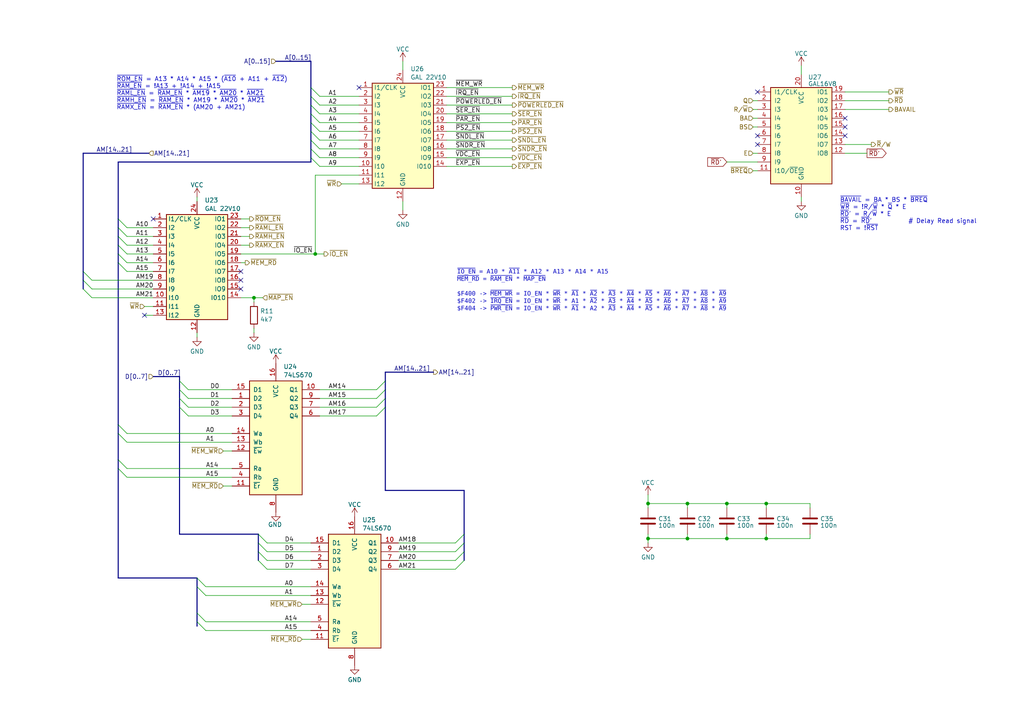
<source format=kicad_sch>
(kicad_sch
	(version 20231120)
	(generator "eeschema")
	(generator_version "8.0")
	(uuid "43bf5822-3eca-4223-ba40-cbd88cd356e0")
	(paper "A4")
	(lib_symbols
		(symbol "74xx:74LS670"
			(pin_names
				(offset 1.016)
			)
			(exclude_from_sim no)
			(in_bom yes)
			(on_board yes)
			(property "Reference" "U"
				(at -7.62 16.51 0)
				(effects
					(font
						(size 1.27 1.27)
					)
				)
			)
			(property "Value" "74LS670"
				(at -7.62 -19.05 0)
				(effects
					(font
						(size 1.27 1.27)
					)
				)
			)
			(property "Footprint" ""
				(at 0 0 0)
				(effects
					(font
						(size 1.27 1.27)
					)
					(hide yes)
				)
			)
			(property "Datasheet" "http://www.ti.com/lit/gpn/sn74LS670"
				(at 0 0 0)
				(effects
					(font
						(size 1.27 1.27)
					)
					(hide yes)
				)
			)
			(property "Description" "4 x 4 Register Files 3-State Outputs"
				(at 0 0 0)
				(effects
					(font
						(size 1.27 1.27)
					)
					(hide yes)
				)
			)
			(property "ki_locked" ""
				(at 0 0 0)
				(effects
					(font
						(size 1.27 1.27)
					)
				)
			)
			(property "ki_keywords" "TTL Register 3State"
				(at 0 0 0)
				(effects
					(font
						(size 1.27 1.27)
					)
					(hide yes)
				)
			)
			(property "ki_fp_filters" "DIP?16*"
				(at 0 0 0)
				(effects
					(font
						(size 1.27 1.27)
					)
					(hide yes)
				)
			)
			(symbol "74LS670_1_0"
				(pin input line
					(at -12.7 10.16 0)
					(length 5.08)
					(name "D2"
						(effects
							(font
								(size 1.27 1.27)
							)
						)
					)
					(number "1"
						(effects
							(font
								(size 1.27 1.27)
							)
						)
					)
				)
				(pin tri_state line
					(at 12.7 12.7 180)
					(length 5.08)
					(name "Q1"
						(effects
							(font
								(size 1.27 1.27)
							)
						)
					)
					(number "10"
						(effects
							(font
								(size 1.27 1.27)
							)
						)
					)
				)
				(pin input line
					(at -12.7 -15.24 0)
					(length 5.08)
					(name "~{Er}"
						(effects
							(font
								(size 1.27 1.27)
							)
						)
					)
					(number "11"
						(effects
							(font
								(size 1.27 1.27)
							)
						)
					)
				)
				(pin input line
					(at -12.7 -5.08 0)
					(length 5.08)
					(name "~{Ew}"
						(effects
							(font
								(size 1.27 1.27)
							)
						)
					)
					(number "12"
						(effects
							(font
								(size 1.27 1.27)
							)
						)
					)
				)
				(pin input line
					(at -12.7 -2.54 0)
					(length 5.08)
					(name "Wb"
						(effects
							(font
								(size 1.27 1.27)
							)
						)
					)
					(number "13"
						(effects
							(font
								(size 1.27 1.27)
							)
						)
					)
				)
				(pin input line
					(at -12.7 0 0)
					(length 5.08)
					(name "Wa"
						(effects
							(font
								(size 1.27 1.27)
							)
						)
					)
					(number "14"
						(effects
							(font
								(size 1.27 1.27)
							)
						)
					)
				)
				(pin input line
					(at -12.7 12.7 0)
					(length 5.08)
					(name "D1"
						(effects
							(font
								(size 1.27 1.27)
							)
						)
					)
					(number "15"
						(effects
							(font
								(size 1.27 1.27)
							)
						)
					)
				)
				(pin power_in line
					(at 0 20.32 270)
					(length 5.08)
					(name "VCC"
						(effects
							(font
								(size 1.27 1.27)
							)
						)
					)
					(number "16"
						(effects
							(font
								(size 1.27 1.27)
							)
						)
					)
				)
				(pin input line
					(at -12.7 7.62 0)
					(length 5.08)
					(name "D3"
						(effects
							(font
								(size 1.27 1.27)
							)
						)
					)
					(number "2"
						(effects
							(font
								(size 1.27 1.27)
							)
						)
					)
				)
				(pin input line
					(at -12.7 5.08 0)
					(length 5.08)
					(name "D4"
						(effects
							(font
								(size 1.27 1.27)
							)
						)
					)
					(number "3"
						(effects
							(font
								(size 1.27 1.27)
							)
						)
					)
				)
				(pin input line
					(at -12.7 -12.7 0)
					(length 5.08)
					(name "Rb"
						(effects
							(font
								(size 1.27 1.27)
							)
						)
					)
					(number "4"
						(effects
							(font
								(size 1.27 1.27)
							)
						)
					)
				)
				(pin input line
					(at -12.7 -10.16 0)
					(length 5.08)
					(name "Ra"
						(effects
							(font
								(size 1.27 1.27)
							)
						)
					)
					(number "5"
						(effects
							(font
								(size 1.27 1.27)
							)
						)
					)
				)
				(pin tri_state line
					(at 12.7 5.08 180)
					(length 5.08)
					(name "Q4"
						(effects
							(font
								(size 1.27 1.27)
							)
						)
					)
					(number "6"
						(effects
							(font
								(size 1.27 1.27)
							)
						)
					)
				)
				(pin tri_state line
					(at 12.7 7.62 180)
					(length 5.08)
					(name "Q3"
						(effects
							(font
								(size 1.27 1.27)
							)
						)
					)
					(number "7"
						(effects
							(font
								(size 1.27 1.27)
							)
						)
					)
				)
				(pin power_in line
					(at 0 -22.86 90)
					(length 5.08)
					(name "GND"
						(effects
							(font
								(size 1.27 1.27)
							)
						)
					)
					(number "8"
						(effects
							(font
								(size 1.27 1.27)
							)
						)
					)
				)
				(pin tri_state line
					(at 12.7 10.16 180)
					(length 5.08)
					(name "Q2"
						(effects
							(font
								(size 1.27 1.27)
							)
						)
					)
					(number "9"
						(effects
							(font
								(size 1.27 1.27)
							)
						)
					)
				)
			)
			(symbol "74LS670_1_1"
				(rectangle
					(start -7.62 15.24)
					(end 7.62 -17.78)
					(stroke
						(width 0.254)
						(type default)
					)
					(fill
						(type background)
					)
				)
			)
		)
		(symbol "Device:C"
			(pin_numbers hide)
			(pin_names
				(offset 0.254)
			)
			(exclude_from_sim no)
			(in_bom yes)
			(on_board yes)
			(property "Reference" "C"
				(at 0.635 2.54 0)
				(effects
					(font
						(size 1.27 1.27)
					)
					(justify left)
				)
			)
			(property "Value" "C"
				(at 0.635 -2.54 0)
				(effects
					(font
						(size 1.27 1.27)
					)
					(justify left)
				)
			)
			(property "Footprint" ""
				(at 0.9652 -3.81 0)
				(effects
					(font
						(size 1.27 1.27)
					)
					(hide yes)
				)
			)
			(property "Datasheet" "~"
				(at 0 0 0)
				(effects
					(font
						(size 1.27 1.27)
					)
					(hide yes)
				)
			)
			(property "Description" "Unpolarized capacitor"
				(at 0 0 0)
				(effects
					(font
						(size 1.27 1.27)
					)
					(hide yes)
				)
			)
			(property "ki_keywords" "cap capacitor"
				(at 0 0 0)
				(effects
					(font
						(size 1.27 1.27)
					)
					(hide yes)
				)
			)
			(property "ki_fp_filters" "C_*"
				(at 0 0 0)
				(effects
					(font
						(size 1.27 1.27)
					)
					(hide yes)
				)
			)
			(symbol "C_0_1"
				(polyline
					(pts
						(xy -2.032 -0.762) (xy 2.032 -0.762)
					)
					(stroke
						(width 0.508)
						(type default)
					)
					(fill
						(type none)
					)
				)
				(polyline
					(pts
						(xy -2.032 0.762) (xy 2.032 0.762)
					)
					(stroke
						(width 0.508)
						(type default)
					)
					(fill
						(type none)
					)
				)
			)
			(symbol "C_1_1"
				(pin passive line
					(at 0 3.81 270)
					(length 2.794)
					(name "~"
						(effects
							(font
								(size 1.27 1.27)
							)
						)
					)
					(number "1"
						(effects
							(font
								(size 1.27 1.27)
							)
						)
					)
				)
				(pin passive line
					(at 0 -3.81 90)
					(length 2.794)
					(name "~"
						(effects
							(font
								(size 1.27 1.27)
							)
						)
					)
					(number "2"
						(effects
							(font
								(size 1.27 1.27)
							)
						)
					)
				)
			)
		)
		(symbol "Device:R"
			(pin_numbers hide)
			(pin_names
				(offset 0)
			)
			(exclude_from_sim no)
			(in_bom yes)
			(on_board yes)
			(property "Reference" "R"
				(at 2.032 0 90)
				(effects
					(font
						(size 1.27 1.27)
					)
				)
			)
			(property "Value" "R"
				(at 0 0 90)
				(effects
					(font
						(size 1.27 1.27)
					)
				)
			)
			(property "Footprint" ""
				(at -1.778 0 90)
				(effects
					(font
						(size 1.27 1.27)
					)
					(hide yes)
				)
			)
			(property "Datasheet" "~"
				(at 0 0 0)
				(effects
					(font
						(size 1.27 1.27)
					)
					(hide yes)
				)
			)
			(property "Description" "Resistor"
				(at 0 0 0)
				(effects
					(font
						(size 1.27 1.27)
					)
					(hide yes)
				)
			)
			(property "ki_keywords" "R res resistor"
				(at 0 0 0)
				(effects
					(font
						(size 1.27 1.27)
					)
					(hide yes)
				)
			)
			(property "ki_fp_filters" "R_*"
				(at 0 0 0)
				(effects
					(font
						(size 1.27 1.27)
					)
					(hide yes)
				)
			)
			(symbol "R_0_1"
				(rectangle
					(start -1.016 -2.54)
					(end 1.016 2.54)
					(stroke
						(width 0.254)
						(type default)
					)
					(fill
						(type none)
					)
				)
			)
			(symbol "R_1_1"
				(pin passive line
					(at 0 3.81 270)
					(length 1.27)
					(name "~"
						(effects
							(font
								(size 1.27 1.27)
							)
						)
					)
					(number "1"
						(effects
							(font
								(size 1.27 1.27)
							)
						)
					)
				)
				(pin passive line
					(at 0 -3.81 90)
					(length 1.27)
					(name "~"
						(effects
							(font
								(size 1.27 1.27)
							)
						)
					)
					(number "2"
						(effects
							(font
								(size 1.27 1.27)
							)
						)
					)
				)
			)
		)
		(symbol "Logic_Programmable:GAL16V8"
			(pin_names
				(offset 1.016)
			)
			(exclude_from_sim no)
			(in_bom yes)
			(on_board yes)
			(property "Reference" "U"
				(at -8.89 16.51 0)
				(effects
					(font
						(size 1.27 1.27)
					)
					(justify left)
				)
			)
			(property "Value" "GAL16V8"
				(at 1.27 16.51 0)
				(effects
					(font
						(size 1.27 1.27)
					)
					(justify left)
				)
			)
			(property "Footprint" ""
				(at 0 0 0)
				(effects
					(font
						(size 1.27 1.27)
					)
					(hide yes)
				)
			)
			(property "Datasheet" ""
				(at 0 0 0)
				(effects
					(font
						(size 1.27 1.27)
					)
					(hide yes)
				)
			)
			(property "Description" "Programmable Logic Array, DIP-20/SOIC-20/PLCC-20"
				(at 0 0 0)
				(effects
					(font
						(size 1.27 1.27)
					)
					(hide yes)
				)
			)
			(property "ki_keywords" "GAL PLD 16V8"
				(at 0 0 0)
				(effects
					(font
						(size 1.27 1.27)
					)
					(hide yes)
				)
			)
			(property "ki_fp_filters" "DIP* PDIP* SOIC* SO* PLCC*"
				(at 0 0 0)
				(effects
					(font
						(size 1.27 1.27)
					)
					(hide yes)
				)
			)
			(symbol "GAL16V8_0_0"
				(pin power_in line
					(at 0 -17.78 90)
					(length 3.81)
					(name "GND"
						(effects
							(font
								(size 1.27 1.27)
							)
						)
					)
					(number "10"
						(effects
							(font
								(size 1.27 1.27)
							)
						)
					)
				)
				(pin power_in line
					(at 0 17.78 270)
					(length 3.81)
					(name "VCC"
						(effects
							(font
								(size 1.27 1.27)
							)
						)
					)
					(number "20"
						(effects
							(font
								(size 1.27 1.27)
							)
						)
					)
				)
			)
			(symbol "GAL16V8_0_1"
				(rectangle
					(start -8.89 13.97)
					(end 8.89 -13.97)
					(stroke
						(width 0.254)
						(type default)
					)
					(fill
						(type background)
					)
				)
			)
			(symbol "GAL16V8_1_1"
				(pin input line
					(at -12.7 12.7 0)
					(length 3.81)
					(name "I1/CLK"
						(effects
							(font
								(size 1.27 1.27)
							)
						)
					)
					(number "1"
						(effects
							(font
								(size 1.27 1.27)
							)
						)
					)
				)
				(pin input line
					(at -12.7 -10.16 0)
					(length 3.81)
					(name "I10/~{OE}"
						(effects
							(font
								(size 1.27 1.27)
							)
						)
					)
					(number "11"
						(effects
							(font
								(size 1.27 1.27)
							)
						)
					)
				)
				(pin tri_state line
					(at 12.7 -5.08 180)
					(length 3.81)
					(name "IO8"
						(effects
							(font
								(size 1.27 1.27)
							)
						)
					)
					(number "12"
						(effects
							(font
								(size 1.27 1.27)
							)
						)
					)
				)
				(pin tri_state line
					(at 12.7 -2.54 180)
					(length 3.81)
					(name "IO7"
						(effects
							(font
								(size 1.27 1.27)
							)
						)
					)
					(number "13"
						(effects
							(font
								(size 1.27 1.27)
							)
						)
					)
				)
				(pin tri_state line
					(at 12.7 0 180)
					(length 3.81)
					(name "IO6"
						(effects
							(font
								(size 1.27 1.27)
							)
						)
					)
					(number "14"
						(effects
							(font
								(size 1.27 1.27)
							)
						)
					)
				)
				(pin tri_state line
					(at 12.7 2.54 180)
					(length 3.81)
					(name "IO5"
						(effects
							(font
								(size 1.27 1.27)
							)
						)
					)
					(number "15"
						(effects
							(font
								(size 1.27 1.27)
							)
						)
					)
				)
				(pin tri_state line
					(at 12.7 5.08 180)
					(length 3.81)
					(name "IO4"
						(effects
							(font
								(size 1.27 1.27)
							)
						)
					)
					(number "16"
						(effects
							(font
								(size 1.27 1.27)
							)
						)
					)
				)
				(pin tri_state line
					(at 12.7 7.62 180)
					(length 3.81)
					(name "I03"
						(effects
							(font
								(size 1.27 1.27)
							)
						)
					)
					(number "17"
						(effects
							(font
								(size 1.27 1.27)
							)
						)
					)
				)
				(pin tri_state line
					(at 12.7 10.16 180)
					(length 3.81)
					(name "IO2"
						(effects
							(font
								(size 1.27 1.27)
							)
						)
					)
					(number "18"
						(effects
							(font
								(size 1.27 1.27)
							)
						)
					)
				)
				(pin tri_state line
					(at 12.7 12.7 180)
					(length 3.81)
					(name "IO1"
						(effects
							(font
								(size 1.27 1.27)
							)
						)
					)
					(number "19"
						(effects
							(font
								(size 1.27 1.27)
							)
						)
					)
				)
				(pin input line
					(at -12.7 10.16 0)
					(length 3.81)
					(name "I2"
						(effects
							(font
								(size 1.27 1.27)
							)
						)
					)
					(number "2"
						(effects
							(font
								(size 1.27 1.27)
							)
						)
					)
				)
				(pin input line
					(at -12.7 7.62 0)
					(length 3.81)
					(name "I3"
						(effects
							(font
								(size 1.27 1.27)
							)
						)
					)
					(number "3"
						(effects
							(font
								(size 1.27 1.27)
							)
						)
					)
				)
				(pin input line
					(at -12.7 5.08 0)
					(length 3.81)
					(name "I4"
						(effects
							(font
								(size 1.27 1.27)
							)
						)
					)
					(number "4"
						(effects
							(font
								(size 1.27 1.27)
							)
						)
					)
				)
				(pin input line
					(at -12.7 2.54 0)
					(length 3.81)
					(name "I5"
						(effects
							(font
								(size 1.27 1.27)
							)
						)
					)
					(number "5"
						(effects
							(font
								(size 1.27 1.27)
							)
						)
					)
				)
				(pin input line
					(at -12.7 0 0)
					(length 3.81)
					(name "I6"
						(effects
							(font
								(size 1.27 1.27)
							)
						)
					)
					(number "6"
						(effects
							(font
								(size 1.27 1.27)
							)
						)
					)
				)
				(pin input line
					(at -12.7 -2.54 0)
					(length 3.81)
					(name "I7"
						(effects
							(font
								(size 1.27 1.27)
							)
						)
					)
					(number "7"
						(effects
							(font
								(size 1.27 1.27)
							)
						)
					)
				)
				(pin input line
					(at -12.7 -5.08 0)
					(length 3.81)
					(name "I8"
						(effects
							(font
								(size 1.27 1.27)
							)
						)
					)
					(number "8"
						(effects
							(font
								(size 1.27 1.27)
							)
						)
					)
				)
				(pin input line
					(at -12.7 -7.62 0)
					(length 3.81)
					(name "I9"
						(effects
							(font
								(size 1.27 1.27)
							)
						)
					)
					(number "9"
						(effects
							(font
								(size 1.27 1.27)
							)
						)
					)
				)
			)
		)
		(symbol "motherboard:GAL22V10"
			(exclude_from_sim no)
			(in_bom yes)
			(on_board yes)
			(property "Reference" "U29"
				(at -1.27 30.734 0)
				(effects
					(font
						(size 1.27 1.27)
					)
					(justify left)
				)
			)
			(property "Value" "GAL 22V10"
				(at 8.636 -2.794 0)
				(effects
					(font
						(size 1.27 1.27)
					)
					(justify left)
				)
			)
			(property "Footprint" "Package_DIP:DIP-24_W7.62mm_Socket"
				(at 0 0 0)
				(effects
					(font
						(size 1.27 1.27)
					)
					(hide yes)
				)
			)
			(property "Datasheet" ""
				(at 0 0 0)
				(effects
					(font
						(size 1.27 1.27)
					)
					(hide yes)
				)
			)
			(property "Description" ""
				(at 0 0 0)
				(effects
					(font
						(size 1.27 1.27)
					)
					(hide yes)
				)
			)
			(symbol "GAL22V10_0_1"
				(rectangle
					(start -1.27 29.21)
					(end 16.51 -1.27)
					(stroke
						(width 0.254)
						(type default)
					)
					(fill
						(type background)
					)
				)
			)
			(symbol "GAL22V10_1_0"
				(pin power_in line
					(at 7.62 -5.08 90)
					(length 3.81)
					(name "GND"
						(effects
							(font
								(size 1.27 1.27)
							)
						)
					)
					(number "12"
						(effects
							(font
								(size 1.27 1.27)
							)
						)
					)
				)
				(pin power_in line
					(at 7.62 33.02 270)
					(length 3.81)
					(name "VCC"
						(effects
							(font
								(size 1.27 1.27)
							)
						)
					)
					(number "24"
						(effects
							(font
								(size 1.27 1.27)
							)
						)
					)
				)
			)
			(symbol "GAL22V10_1_1"
				(pin input line
					(at -5.08 27.94 0)
					(length 3.81)
					(name "I1/CLK"
						(effects
							(font
								(size 1.27 1.27)
							)
						)
					)
					(number "1"
						(effects
							(font
								(size 1.27 1.27)
							)
						)
					)
				)
				(pin input line
					(at -5.08 5.08 0)
					(length 3.81)
					(name "I10"
						(effects
							(font
								(size 1.27 1.27)
							)
						)
					)
					(number "10"
						(effects
							(font
								(size 1.27 1.27)
							)
						)
					)
				)
				(pin input line
					(at -5.08 2.54 0)
					(length 3.81)
					(name "I11"
						(effects
							(font
								(size 1.27 1.27)
							)
						)
					)
					(number "11"
						(effects
							(font
								(size 1.27 1.27)
							)
						)
					)
				)
				(pin input line
					(at -5.08 0 0)
					(length 3.81)
					(name "I12"
						(effects
							(font
								(size 1.27 1.27)
							)
						)
					)
					(number "13"
						(effects
							(font
								(size 1.27 1.27)
							)
						)
					)
				)
				(pin bidirectional line
					(at 20.32 5.08 180)
					(length 3.81)
					(name "I010"
						(effects
							(font
								(size 1.27 1.27)
							)
						)
					)
					(number "14"
						(effects
							(font
								(size 1.27 1.27)
							)
						)
					)
				)
				(pin bidirectional line
					(at 20.32 7.62 180)
					(length 3.81)
					(name "IO9"
						(effects
							(font
								(size 1.27 1.27)
							)
						)
					)
					(number "15"
						(effects
							(font
								(size 1.27 1.27)
							)
						)
					)
				)
				(pin bidirectional line
					(at 20.32 10.16 180)
					(length 3.81)
					(name "IO8"
						(effects
							(font
								(size 1.27 1.27)
							)
						)
					)
					(number "16"
						(effects
							(font
								(size 1.27 1.27)
							)
						)
					)
				)
				(pin bidirectional line
					(at 20.32 12.7 180)
					(length 3.81)
					(name "IO7"
						(effects
							(font
								(size 1.27 1.27)
							)
						)
					)
					(number "17"
						(effects
							(font
								(size 1.27 1.27)
							)
						)
					)
				)
				(pin bidirectional line
					(at 20.32 15.24 180)
					(length 3.81)
					(name "IO6"
						(effects
							(font
								(size 1.27 1.27)
							)
						)
					)
					(number "18"
						(effects
							(font
								(size 1.27 1.27)
							)
						)
					)
				)
				(pin bidirectional line
					(at 20.32 17.78 180)
					(length 3.81)
					(name "IO5"
						(effects
							(font
								(size 1.27 1.27)
							)
						)
					)
					(number "19"
						(effects
							(font
								(size 1.27 1.27)
							)
						)
					)
				)
				(pin input line
					(at -5.08 25.4 0)
					(length 3.81)
					(name "I2"
						(effects
							(font
								(size 1.27 1.27)
							)
						)
					)
					(number "2"
						(effects
							(font
								(size 1.27 1.27)
							)
						)
					)
				)
				(pin bidirectional line
					(at 20.32 20.32 180)
					(length 3.81)
					(name "IO4"
						(effects
							(font
								(size 1.27 1.27)
							)
						)
					)
					(number "20"
						(effects
							(font
								(size 1.27 1.27)
							)
						)
					)
				)
				(pin bidirectional line
					(at 20.32 22.86 180)
					(length 3.81)
					(name "I03"
						(effects
							(font
								(size 1.27 1.27)
							)
						)
					)
					(number "21"
						(effects
							(font
								(size 1.27 1.27)
							)
						)
					)
				)
				(pin bidirectional line
					(at 20.32 25.4 180)
					(length 3.81)
					(name "IO2"
						(effects
							(font
								(size 1.27 1.27)
							)
						)
					)
					(number "22"
						(effects
							(font
								(size 1.27 1.27)
							)
						)
					)
				)
				(pin bidirectional line
					(at 20.32 27.94 180)
					(length 3.81)
					(name "IO1"
						(effects
							(font
								(size 1.27 1.27)
							)
						)
					)
					(number "23"
						(effects
							(font
								(size 1.27 1.27)
							)
						)
					)
				)
				(pin input line
					(at -5.08 22.86 0)
					(length 3.81)
					(name "I3"
						(effects
							(font
								(size 1.27 1.27)
							)
						)
					)
					(number "3"
						(effects
							(font
								(size 1.27 1.27)
							)
						)
					)
				)
				(pin input line
					(at -5.08 20.32 0)
					(length 3.81)
					(name "I4"
						(effects
							(font
								(size 1.27 1.27)
							)
						)
					)
					(number "4"
						(effects
							(font
								(size 1.27 1.27)
							)
						)
					)
				)
				(pin input line
					(at -5.08 17.78 0)
					(length 3.81)
					(name "I5"
						(effects
							(font
								(size 1.27 1.27)
							)
						)
					)
					(number "5"
						(effects
							(font
								(size 1.27 1.27)
							)
						)
					)
				)
				(pin input line
					(at -5.08 15.24 0)
					(length 3.81)
					(name "I6"
						(effects
							(font
								(size 1.27 1.27)
							)
						)
					)
					(number "6"
						(effects
							(font
								(size 1.27 1.27)
							)
						)
					)
				)
				(pin input line
					(at -5.08 12.7 0)
					(length 3.81)
					(name "I7"
						(effects
							(font
								(size 1.27 1.27)
							)
						)
					)
					(number "7"
						(effects
							(font
								(size 1.27 1.27)
							)
						)
					)
				)
				(pin input line
					(at -5.08 10.16 0)
					(length 3.81)
					(name "I8"
						(effects
							(font
								(size 1.27 1.27)
							)
						)
					)
					(number "8"
						(effects
							(font
								(size 1.27 1.27)
							)
						)
					)
				)
				(pin input line
					(at -5.08 7.62 0)
					(length 3.81)
					(name "I9"
						(effects
							(font
								(size 1.27 1.27)
							)
						)
					)
					(number "9"
						(effects
							(font
								(size 1.27 1.27)
							)
						)
					)
				)
			)
		)
		(symbol "power:GND"
			(power)
			(pin_names
				(offset 0)
			)
			(exclude_from_sim no)
			(in_bom yes)
			(on_board yes)
			(property "Reference" "#PWR"
				(at 0 -6.35 0)
				(effects
					(font
						(size 1.27 1.27)
					)
					(hide yes)
				)
			)
			(property "Value" "GND"
				(at 0 -3.81 0)
				(effects
					(font
						(size 1.27 1.27)
					)
				)
			)
			(property "Footprint" ""
				(at 0 0 0)
				(effects
					(font
						(size 1.27 1.27)
					)
					(hide yes)
				)
			)
			(property "Datasheet" ""
				(at 0 0 0)
				(effects
					(font
						(size 1.27 1.27)
					)
					(hide yes)
				)
			)
			(property "Description" "Power symbol creates a global label with name \"GND\" , ground"
				(at 0 0 0)
				(effects
					(font
						(size 1.27 1.27)
					)
					(hide yes)
				)
			)
			(property "ki_keywords" "global power"
				(at 0 0 0)
				(effects
					(font
						(size 1.27 1.27)
					)
					(hide yes)
				)
			)
			(symbol "GND_0_1"
				(polyline
					(pts
						(xy 0 0) (xy 0 -1.27) (xy 1.27 -1.27) (xy 0 -2.54) (xy -1.27 -1.27) (xy 0 -1.27)
					)
					(stroke
						(width 0)
						(type default)
					)
					(fill
						(type none)
					)
				)
			)
			(symbol "GND_1_1"
				(pin power_in line
					(at 0 0 270)
					(length 0) hide
					(name "GND"
						(effects
							(font
								(size 1.27 1.27)
							)
						)
					)
					(number "1"
						(effects
							(font
								(size 1.27 1.27)
							)
						)
					)
				)
			)
		)
		(symbol "power:VCC"
			(power)
			(pin_names
				(offset 0)
			)
			(exclude_from_sim no)
			(in_bom yes)
			(on_board yes)
			(property "Reference" "#PWR"
				(at 0 -3.81 0)
				(effects
					(font
						(size 1.27 1.27)
					)
					(hide yes)
				)
			)
			(property "Value" "VCC"
				(at 0 3.81 0)
				(effects
					(font
						(size 1.27 1.27)
					)
				)
			)
			(property "Footprint" ""
				(at 0 0 0)
				(effects
					(font
						(size 1.27 1.27)
					)
					(hide yes)
				)
			)
			(property "Datasheet" ""
				(at 0 0 0)
				(effects
					(font
						(size 1.27 1.27)
					)
					(hide yes)
				)
			)
			(property "Description" "Power symbol creates a global label with name \"VCC\""
				(at 0 0 0)
				(effects
					(font
						(size 1.27 1.27)
					)
					(hide yes)
				)
			)
			(property "ki_keywords" "global power"
				(at 0 0 0)
				(effects
					(font
						(size 1.27 1.27)
					)
					(hide yes)
				)
			)
			(symbol "VCC_0_1"
				(polyline
					(pts
						(xy -0.762 1.27) (xy 0 2.54)
					)
					(stroke
						(width 0)
						(type default)
					)
					(fill
						(type none)
					)
				)
				(polyline
					(pts
						(xy 0 0) (xy 0 2.54)
					)
					(stroke
						(width 0)
						(type default)
					)
					(fill
						(type none)
					)
				)
				(polyline
					(pts
						(xy 0 2.54) (xy 0.762 1.27)
					)
					(stroke
						(width 0)
						(type default)
					)
					(fill
						(type none)
					)
				)
			)
			(symbol "VCC_1_1"
				(pin power_in line
					(at 0 0 90)
					(length 0) hide
					(name "VCC"
						(effects
							(font
								(size 1.27 1.27)
							)
						)
					)
					(number "1"
						(effects
							(font
								(size 1.27 1.27)
							)
						)
					)
				)
			)
		)
	)
	(junction
		(at 199.39 146.05)
		(diameter 0)
		(color 0 0 0 0)
		(uuid "05b60650-2aac-41e5-b648-32473084369c")
	)
	(junction
		(at 187.96 146.05)
		(diameter 0)
		(color 0 0 0 0)
		(uuid "1b21cf97-8cac-4104-861a-5589960826a5")
	)
	(junction
		(at 210.82 156.21)
		(diameter 0)
		(color 0 0 0 0)
		(uuid "38a13b3f-e188-4ddd-a4bd-ddd0aa78ec05")
	)
	(junction
		(at 222.25 156.21)
		(diameter 0)
		(color 0 0 0 0)
		(uuid "4c940bd4-7399-4556-99da-8d87aeb81833")
	)
	(junction
		(at 187.96 156.21)
		(diameter 0)
		(color 0 0 0 0)
		(uuid "677e18e8-c534-4326-8ee8-1f056212402d")
	)
	(junction
		(at 73.66 86.36)
		(diameter 0)
		(color 0 0 0 0)
		(uuid "6dce3360-409d-43c4-a4ee-9bbe55b8a93e")
	)
	(junction
		(at 210.82 146.05)
		(diameter 0)
		(color 0 0 0 0)
		(uuid "82cbfc75-3969-40dd-8f47-0ffd54bc2323")
	)
	(junction
		(at 222.25 146.05)
		(diameter 0)
		(color 0 0 0 0)
		(uuid "8b3184d4-7b54-4b4f-9a23-d4394c0349a9")
	)
	(junction
		(at 199.39 156.21)
		(diameter 0)
		(color 0 0 0 0)
		(uuid "97e04fb0-a89f-4c92-82bc-51ad0af91f0f")
	)
	(junction
		(at 91.44 73.66)
		(diameter 0)
		(color 0 0 0 0)
		(uuid "9a3f69c6-d25a-470f-8526-726d88f71c71")
	)
	(no_connect
		(at 219.71 26.67)
		(uuid "1516d81a-7afb-456a-941a-e542b9f28ce3")
	)
	(no_connect
		(at 245.11 39.37)
		(uuid "180308c1-5739-41b6-8847-2b7579e4e95f")
	)
	(no_connect
		(at 69.85 78.74)
		(uuid "358911d2-1a2a-4b29-ae47-71d4874394f6")
	)
	(no_connect
		(at 245.11 34.29)
		(uuid "47bc2ccf-4118-4bd4-9ec3-b557fcc01f05")
	)
	(no_connect
		(at 245.11 36.83)
		(uuid "685149fd-c7f7-429e-bcd7-a001426c159c")
	)
	(no_connect
		(at 104.14 25.4)
		(uuid "6c0df145-5fb4-4865-a954-43453402d6dc")
	)
	(no_connect
		(at 44.45 63.5)
		(uuid "7c75f63a-c85f-44e8-9773-644203857c04")
	)
	(no_connect
		(at 69.85 81.28)
		(uuid "81b8ebe4-15a7-49c2-bbe3-61d29e3c52d6")
	)
	(no_connect
		(at 219.71 39.37)
		(uuid "8f7ea6ae-a940-418c-b03c-42a551f1226b")
	)
	(no_connect
		(at 41.91 91.44)
		(uuid "d2cc0b8e-5a33-42e5-b997-bfadef458cc2")
	)
	(no_connect
		(at 69.85 83.82)
		(uuid "d70aba54-9383-4291-90ba-c21726f1afea")
	)
	(no_connect
		(at 219.71 41.91)
		(uuid "ffe1770f-3828-4c8c-905f-db26cb844d6b")
	)
	(bus_entry
		(at 90.17 40.64)
		(size 2.54 2.54)
		(stroke
			(width 0)
			(type default)
		)
		(uuid "0c68c02e-1eee-4066-9ae8-32b6f618429d")
	)
	(bus_entry
		(at 57.15 177.8)
		(size 2.54 2.54)
		(stroke
			(width 0)
			(type default)
		)
		(uuid "1196226b-cf39-4fe7-9565-dcc9266c53a8")
	)
	(bus_entry
		(at 90.17 27.94)
		(size 2.54 2.54)
		(stroke
			(width 0)
			(type default)
		)
		(uuid "131031e7-8cf1-4b8e-84f2-329639573b4f")
	)
	(bus_entry
		(at 34.29 125.73)
		(size 2.54 2.54)
		(stroke
			(width 0)
			(type default)
		)
		(uuid "15840b68-492d-43fb-891f-24ee6956fce7")
	)
	(bus_entry
		(at 90.17 30.48)
		(size 2.54 2.54)
		(stroke
			(width 0)
			(type default)
		)
		(uuid "15a68994-e0d0-437e-8289-5842cb40a642")
	)
	(bus_entry
		(at 34.29 71.12)
		(size 2.54 2.54)
		(stroke
			(width 0)
			(type default)
		)
		(uuid "1e9bc789-754b-4cfc-b953-23eb42f81df2")
	)
	(bus_entry
		(at 52.07 113.03)
		(size 2.54 2.54)
		(stroke
			(width 0)
			(type default)
		)
		(uuid "3018d59f-4617-4280-9589-0cceb41f9621")
	)
	(bus_entry
		(at 34.29 63.5)
		(size 2.54 2.54)
		(stroke
			(width 0)
			(type default)
		)
		(uuid "45a84414-a766-4c2a-8526-d8096573f842")
	)
	(bus_entry
		(at 74.93 154.94)
		(size 2.54 2.54)
		(stroke
			(width 0)
			(type default)
		)
		(uuid "4b464713-1432-45d3-8f58-03a65383d180")
	)
	(bus_entry
		(at 111.76 118.11)
		(size -2.54 2.54)
		(stroke
			(width 0)
			(type default)
		)
		(uuid "4bb1133a-9e81-4adc-9990-9bd50a503968")
	)
	(bus_entry
		(at 134.62 160.02)
		(size -2.54 2.54)
		(stroke
			(width 0)
			(type default)
		)
		(uuid "4cbc6c8c-c35f-4c46-bf35-a7f657fe0a1a")
	)
	(bus_entry
		(at 90.17 35.56)
		(size 2.54 2.54)
		(stroke
			(width 0)
			(type default)
		)
		(uuid "5473bc98-72bc-4393-90a2-9a2370ece8a8")
	)
	(bus_entry
		(at 111.76 113.03)
		(size -2.54 2.54)
		(stroke
			(width 0)
			(type default)
		)
		(uuid "54fed625-150a-4110-865d-cb7081ad0129")
	)
	(bus_entry
		(at 134.62 162.56)
		(size -2.54 2.54)
		(stroke
			(width 0)
			(type default)
		)
		(uuid "575c38e0-8352-4d83-8e19-9f29c8b0ca53")
	)
	(bus_entry
		(at 111.76 115.57)
		(size -2.54 2.54)
		(stroke
			(width 0)
			(type default)
		)
		(uuid "5a782d9e-7ad3-4b69-89a4-5fafba10b102")
	)
	(bus_entry
		(at 57.15 170.18)
		(size 2.54 2.54)
		(stroke
			(width 0)
			(type default)
		)
		(uuid "628008d4-9386-48fd-bee1-28807b25a368")
	)
	(bus_entry
		(at 134.62 157.48)
		(size -2.54 2.54)
		(stroke
			(width 0)
			(type default)
		)
		(uuid "68a041fc-7f64-40e1-9c45-52dce0b84837")
	)
	(bus_entry
		(at 24.13 83.82)
		(size 2.54 2.54)
		(stroke
			(width 0)
			(type default)
		)
		(uuid "6d9d492f-f370-47b5-870b-330d395a5177")
	)
	(bus_entry
		(at 90.17 45.72)
		(size 2.54 2.54)
		(stroke
			(width 0)
			(type default)
		)
		(uuid "6db7d51e-4806-440b-a253-17496d5ae688")
	)
	(bus_entry
		(at 57.15 167.64)
		(size 2.54 2.54)
		(stroke
			(width 0)
			(type default)
		)
		(uuid "7126ea10-f6fd-4a4f-b829-033b624ad012")
	)
	(bus_entry
		(at 34.29 76.2)
		(size 2.54 2.54)
		(stroke
			(width 0)
			(type default)
		)
		(uuid "719d4e0d-8e1c-4e93-b187-0bee5b0ec79e")
	)
	(bus_entry
		(at 90.17 43.18)
		(size 2.54 2.54)
		(stroke
			(width 0)
			(type default)
		)
		(uuid "7fb79df9-7d35-4267-9147-1e42ee49bd2b")
	)
	(bus_entry
		(at 34.29 73.66)
		(size 2.54 2.54)
		(stroke
			(width 0)
			(type default)
		)
		(uuid "8908c46f-de3b-4e50-9f1b-82e5e27fa96e")
	)
	(bus_entry
		(at 74.93 162.56)
		(size 2.54 2.54)
		(stroke
			(width 0)
			(type default)
		)
		(uuid "ac5b71d0-7e55-45a6-a93f-90465168e4a8")
	)
	(bus_entry
		(at 34.29 133.35)
		(size 2.54 2.54)
		(stroke
			(width 0)
			(type default)
		)
		(uuid "b05bf339-54ef-4663-8f65-2a271cd0b973")
	)
	(bus_entry
		(at 52.07 110.49)
		(size 2.54 2.54)
		(stroke
			(width 0)
			(type default)
		)
		(uuid "b375d8bd-aef8-472a-b176-112e1f76f535")
	)
	(bus_entry
		(at 90.17 25.4)
		(size 2.54 2.54)
		(stroke
			(width 0)
			(type default)
		)
		(uuid "b683c0aa-ac60-4205-937a-b93d9a4aa2a3")
	)
	(bus_entry
		(at 74.93 160.02)
		(size 2.54 2.54)
		(stroke
			(width 0)
			(type default)
		)
		(uuid "bcc16346-899b-40c7-a441-d92368aacb5e")
	)
	(bus_entry
		(at 34.29 123.19)
		(size 2.54 2.54)
		(stroke
			(width 0)
			(type default)
		)
		(uuid "c182c5b4-0909-4ce5-8548-07933f0630c4")
	)
	(bus_entry
		(at 52.07 115.57)
		(size 2.54 2.54)
		(stroke
			(width 0)
			(type default)
		)
		(uuid "c5c02369-5f8a-451e-8aa8-fdfd197ab223")
	)
	(bus_entry
		(at 24.13 78.74)
		(size 2.54 2.54)
		(stroke
			(width 0)
			(type default)
		)
		(uuid "c6965aba-e24c-49a0-a329-e2a37341ead6")
	)
	(bus_entry
		(at 74.93 157.48)
		(size 2.54 2.54)
		(stroke
			(width 0)
			(type default)
		)
		(uuid "c85290a7-6fb8-4648-878b-392ef00c3872")
	)
	(bus_entry
		(at 34.29 68.58)
		(size 2.54 2.54)
		(stroke
			(width 0)
			(type default)
		)
		(uuid "c9799e51-6506-4397-a440-f6d34916a6ec")
	)
	(bus_entry
		(at 90.17 38.1)
		(size 2.54 2.54)
		(stroke
			(width 0)
			(type default)
		)
		(uuid "cc3b733c-3f74-44c4-9331-a5725869d9f1")
	)
	(bus_entry
		(at 34.29 66.04)
		(size 2.54 2.54)
		(stroke
			(width 0)
			(type default)
		)
		(uuid "d97c35b3-585e-43f7-aa07-964e9c2a9518")
	)
	(bus_entry
		(at 34.29 135.89)
		(size 2.54 2.54)
		(stroke
			(width 0)
			(type default)
		)
		(uuid "e775fd5d-7947-4468-8bf6-99b55f33dc01")
	)
	(bus_entry
		(at 109.22 113.03)
		(size 2.54 -2.54)
		(stroke
			(width 0)
			(type default)
		)
		(uuid "e810e95d-82b8-4689-b55a-28bdf5bca2f9")
	)
	(bus_entry
		(at 90.17 33.02)
		(size 2.54 2.54)
		(stroke
			(width 0)
			(type default)
		)
		(uuid "eb3fbc4c-1eb1-44fa-947a-6b24b15a6f58")
	)
	(bus_entry
		(at 132.08 157.48)
		(size 2.54 -2.54)
		(stroke
			(width 0)
			(type default)
		)
		(uuid "f310f60d-8113-4d48-8616-93dad85e00c4")
	)
	(bus_entry
		(at 57.15 180.34)
		(size 2.54 2.54)
		(stroke
			(width 0)
			(type default)
		)
		(uuid "f48198e4-ddfb-4181-b94e-77d0428334d3")
	)
	(bus_entry
		(at 52.07 118.11)
		(size 2.54 2.54)
		(stroke
			(width 0)
			(type default)
		)
		(uuid "f7c00a3c-95c5-44f3-8688-8400dedbb026")
	)
	(bus_entry
		(at 24.13 81.28)
		(size 2.54 2.54)
		(stroke
			(width 0)
			(type default)
		)
		(uuid "fc857514-3c4a-46b9-802b-8a349dc6755a")
	)
	(wire
		(pts
			(xy 257.81 31.75) (xy 245.11 31.75)
		)
		(stroke
			(width 0)
			(type default)
		)
		(uuid "000e57e9-cc4c-45c6-b401-b8922ef95007")
	)
	(bus
		(pts
			(xy 74.93 157.48) (xy 74.93 160.02)
		)
		(stroke
			(width 0)
			(type default)
		)
		(uuid "01448a26-81d6-4049-a143-459789258825")
	)
	(wire
		(pts
			(xy 210.82 146.05) (xy 210.82 147.32)
		)
		(stroke
			(width 0)
			(type default)
		)
		(uuid "0165156c-6d24-4ddf-a600-bae2ede8a850")
	)
	(wire
		(pts
			(xy 92.71 113.03) (xy 109.22 113.03)
		)
		(stroke
			(width 0)
			(type default)
		)
		(uuid "04e605ca-4968-4a9e-9bee-3b226b8f1cb6")
	)
	(wire
		(pts
			(xy 36.83 138.43) (xy 67.31 138.43)
		)
		(stroke
			(width 0)
			(type default)
		)
		(uuid "0743e495-7d67-4fd9-88c5-85c3f42ddc5e")
	)
	(bus
		(pts
			(xy 90.17 27.94) (xy 90.17 30.48)
		)
		(stroke
			(width 0)
			(type default)
		)
		(uuid "0825d02f-c88f-426c-a097-e5e33000d9f8")
	)
	(wire
		(pts
			(xy 257.81 29.21) (xy 245.11 29.21)
		)
		(stroke
			(width 0)
			(type default)
		)
		(uuid "0995d7b7-290d-4e6d-bd64-69b7183f95d4")
	)
	(bus
		(pts
			(xy 34.29 123.19) (xy 34.29 125.73)
		)
		(stroke
			(width 0)
			(type default)
		)
		(uuid "0a327e88-d152-4a38-99d6-7e11259eda0c")
	)
	(bus
		(pts
			(xy 52.07 109.22) (xy 52.07 110.49)
		)
		(stroke
			(width 0)
			(type default)
		)
		(uuid "0a5afe7d-66e9-4a8a-a3ba-cd5ec1479905")
	)
	(wire
		(pts
			(xy 54.61 115.57) (xy 67.31 115.57)
		)
		(stroke
			(width 0)
			(type default)
		)
		(uuid "0c2826bc-874e-4293-9099-acc481718c82")
	)
	(bus
		(pts
			(xy 24.13 78.74) (xy 24.13 81.28)
		)
		(stroke
			(width 0)
			(type default)
		)
		(uuid "0cb6bb71-5adb-423a-b068-27c2f18b0fe1")
	)
	(bus
		(pts
			(xy 52.07 154.94) (xy 52.07 118.11)
		)
		(stroke
			(width 0)
			(type default)
		)
		(uuid "0d28227a-650d-4ed3-b1e7-13362fd90ee6")
	)
	(wire
		(pts
			(xy 77.47 157.48) (xy 90.17 157.48)
		)
		(stroke
			(width 0)
			(type default)
		)
		(uuid "0fd6314b-8d46-46dd-9d06-d62950e3a5ac")
	)
	(bus
		(pts
			(xy 111.76 142.24) (xy 111.76 118.11)
		)
		(stroke
			(width 0)
			(type default)
		)
		(uuid "10411b99-4150-49f2-a965-d2d6a6f71a3d")
	)
	(bus
		(pts
			(xy 52.07 110.49) (xy 52.07 113.03)
		)
		(stroke
			(width 0)
			(type default)
		)
		(uuid "10635ecc-e4ec-4cbc-bf84-9ebe43811a2b")
	)
	(bus
		(pts
			(xy 90.17 33.02) (xy 90.17 35.56)
		)
		(stroke
			(width 0)
			(type default)
		)
		(uuid "112a4904-04f1-4bd0-a259-feb8ebb5d695")
	)
	(bus
		(pts
			(xy 74.93 154.94) (xy 74.93 157.48)
		)
		(stroke
			(width 0)
			(type default)
		)
		(uuid "15bcb916-db1f-4a73-a815-d6d6f14b44d4")
	)
	(wire
		(pts
			(xy 69.85 66.04) (xy 72.39 66.04)
		)
		(stroke
			(width 0)
			(type default)
		)
		(uuid "165d412b-7126-478f-9d26-e9c3b4fe174c")
	)
	(wire
		(pts
			(xy 57.15 96.52) (xy 57.15 97.79)
		)
		(stroke
			(width 0)
			(type default)
		)
		(uuid "1a7230bf-888e-46f7-8f34-21c3ef7521b9")
	)
	(wire
		(pts
			(xy 99.06 53.34) (xy 104.14 53.34)
		)
		(stroke
			(width 0)
			(type default)
		)
		(uuid "1be94d65-9cef-4742-9144-64ae2c192b7c")
	)
	(wire
		(pts
			(xy 64.77 140.97) (xy 67.31 140.97)
		)
		(stroke
			(width 0)
			(type default)
		)
		(uuid "1d705673-256a-4f5b-8422-2e596c2f9382")
	)
	(wire
		(pts
			(xy 91.44 50.8) (xy 104.14 50.8)
		)
		(stroke
			(width 0)
			(type default)
		)
		(uuid "1d72ab8b-d821-474b-92c4-e85592552682")
	)
	(bus
		(pts
			(xy 111.76 110.49) (xy 111.76 113.03)
		)
		(stroke
			(width 0)
			(type default)
		)
		(uuid "1ddcc8de-eb53-4226-9114-236a69b1980c")
	)
	(wire
		(pts
			(xy 73.66 95.25) (xy 73.66 96.52)
		)
		(stroke
			(width 0)
			(type default)
		)
		(uuid "1eb2e23d-1f89-461c-8115-e161e99d2b58")
	)
	(wire
		(pts
			(xy 218.44 36.83) (xy 219.71 36.83)
		)
		(stroke
			(width 0)
			(type default)
		)
		(uuid "1f292f9e-7158-4298-9541-fcbe1327203a")
	)
	(wire
		(pts
			(xy 129.54 35.56) (xy 148.59 35.56)
		)
		(stroke
			(width 0)
			(type default)
		)
		(uuid "21be971c-15b1-4ef4-91f6-ed48b08e83f2")
	)
	(wire
		(pts
			(xy 129.54 48.26) (xy 148.59 48.26)
		)
		(stroke
			(width 0)
			(type default)
		)
		(uuid "21f63e4b-dfa8-4678-b684-4f023af413e5")
	)
	(wire
		(pts
			(xy 129.54 25.4) (xy 148.59 25.4)
		)
		(stroke
			(width 0)
			(type default)
		)
		(uuid "2407dfb5-5594-48c8-a544-9f56024f638a")
	)
	(bus
		(pts
			(xy 80.01 17.78) (xy 90.17 17.78)
		)
		(stroke
			(width 0)
			(type default)
		)
		(uuid "242561ea-81cf-4c30-b87f-6f2ff5f1fd92")
	)
	(wire
		(pts
			(xy 92.71 35.56) (xy 104.14 35.56)
		)
		(stroke
			(width 0)
			(type default)
		)
		(uuid "24f63f70-f24c-4ebc-97a5-9bb115bc4e58")
	)
	(wire
		(pts
			(xy 73.66 86.36) (xy 76.2 86.36)
		)
		(stroke
			(width 0)
			(type default)
		)
		(uuid "2682eba8-f85a-4fb2-8cbb-9b5af146c5d0")
	)
	(wire
		(pts
			(xy 36.83 66.04) (xy 44.45 66.04)
		)
		(stroke
			(width 0)
			(type default)
		)
		(uuid "278133ab-f781-422e-9748-26ada067fae3")
	)
	(bus
		(pts
			(xy 34.29 73.66) (xy 34.29 76.2)
		)
		(stroke
			(width 0)
			(type default)
		)
		(uuid "2808ac44-6497-4329-a287-8b715d7d6c62")
	)
	(bus
		(pts
			(xy 90.17 35.56) (xy 90.17 38.1)
		)
		(stroke
			(width 0)
			(type default)
		)
		(uuid "2910c438-aa9a-4336-97e3-0b4db22a9700")
	)
	(wire
		(pts
			(xy 234.95 156.21) (xy 234.95 154.94)
		)
		(stroke
			(width 0)
			(type default)
		)
		(uuid "2a52c905-9420-4b82-87a5-db4148198c22")
	)
	(wire
		(pts
			(xy 232.41 57.15) (xy 232.41 58.42)
		)
		(stroke
			(width 0)
			(type default)
		)
		(uuid "2aa987a9-d14e-48e1-a2d8-a972f317bace")
	)
	(bus
		(pts
			(xy 34.29 133.35) (xy 34.29 135.89)
		)
		(stroke
			(width 0)
			(type default)
		)
		(uuid "2b973570-f064-4811-b340-e9d2c3a0c4c0")
	)
	(bus
		(pts
			(xy 24.13 78.74) (xy 24.13 44.45)
		)
		(stroke
			(width 0)
			(type default)
		)
		(uuid "2cacc85e-2866-4831-a639-76089f492c1f")
	)
	(wire
		(pts
			(xy 93.98 73.66) (xy 91.44 73.66)
		)
		(stroke
			(width 0)
			(type default)
		)
		(uuid "2ed45f8b-d16a-4eb5-9b82-2f4eba4fbd04")
	)
	(wire
		(pts
			(xy 187.96 156.21) (xy 187.96 157.48)
		)
		(stroke
			(width 0)
			(type default)
		)
		(uuid "30f1e4c7-9914-4496-8d9d-0762b05301f8")
	)
	(wire
		(pts
			(xy 36.83 68.58) (xy 44.45 68.58)
		)
		(stroke
			(width 0)
			(type default)
		)
		(uuid "32cc9ccf-5925-401c-9277-fbc3f3e09372")
	)
	(wire
		(pts
			(xy 187.96 156.21) (xy 199.39 156.21)
		)
		(stroke
			(width 0)
			(type default)
		)
		(uuid "33d4870e-ccdd-4a21-806f-00776a3d1f04")
	)
	(wire
		(pts
			(xy 115.57 157.48) (xy 132.08 157.48)
		)
		(stroke
			(width 0)
			(type default)
		)
		(uuid "341476e1-f988-4f9f-a491-0c21a3866b5f")
	)
	(wire
		(pts
			(xy 36.83 73.66) (xy 44.45 73.66)
		)
		(stroke
			(width 0)
			(type default)
		)
		(uuid "34286fe4-95e2-4548-88bf-00d5b74c51dd")
	)
	(wire
		(pts
			(xy 73.66 86.36) (xy 73.66 87.63)
		)
		(stroke
			(width 0)
			(type default)
		)
		(uuid "3529cca7-956c-4253-8b16-947d65d4183d")
	)
	(bus
		(pts
			(xy 111.76 115.57) (xy 111.76 118.11)
		)
		(stroke
			(width 0)
			(type default)
		)
		(uuid "352f482e-688f-4f27-a740-f63c5bf0489e")
	)
	(wire
		(pts
			(xy 36.83 71.12) (xy 44.45 71.12)
		)
		(stroke
			(width 0)
			(type default)
		)
		(uuid "361a6edf-f0ae-4ab1-af1f-46042e5058d9")
	)
	(wire
		(pts
			(xy 64.77 130.81) (xy 67.31 130.81)
		)
		(stroke
			(width 0)
			(type default)
		)
		(uuid "3b9a1d9a-b59e-4079-a8ef-bd4ee0cab622")
	)
	(bus
		(pts
			(xy 111.76 107.95) (xy 111.76 110.49)
		)
		(stroke
			(width 0)
			(type default)
		)
		(uuid "3c0317d9-0ad0-4546-a66f-5980dd52b43e")
	)
	(wire
		(pts
			(xy 87.63 175.26) (xy 90.17 175.26)
		)
		(stroke
			(width 0)
			(type default)
		)
		(uuid "3d74ef8d-0d8e-48db-8922-1a47d05de057")
	)
	(wire
		(pts
			(xy 92.71 33.02) (xy 104.14 33.02)
		)
		(stroke
			(width 0)
			(type default)
		)
		(uuid "3db68def-4458-4449-a3d9-d2f84437e0c6")
	)
	(wire
		(pts
			(xy 92.71 43.18) (xy 104.14 43.18)
		)
		(stroke
			(width 0)
			(type default)
		)
		(uuid "42e369ad-75a1-42b4-ade7-71f087499f77")
	)
	(wire
		(pts
			(xy 54.61 113.03) (xy 67.31 113.03)
		)
		(stroke
			(width 0)
			(type default)
		)
		(uuid "45023e63-1f45-4c97-b8df-afe579b9856e")
	)
	(bus
		(pts
			(xy 90.17 45.72) (xy 90.17 46.99)
		)
		(stroke
			(width 0)
			(type default)
		)
		(uuid "4a93c838-6ff8-4241-afc4-cf86bb8c2f6d")
	)
	(wire
		(pts
			(xy 199.39 156.21) (xy 210.82 156.21)
		)
		(stroke
			(width 0)
			(type default)
		)
		(uuid "4ba1b58f-d0d5-4ce3-a30d-a3a90a188266")
	)
	(wire
		(pts
			(xy 210.82 146.05) (xy 222.25 146.05)
		)
		(stroke
			(width 0)
			(type default)
		)
		(uuid "4c6bbb58-0e48-4ec2-b7f9-cac6b7784318")
	)
	(wire
		(pts
			(xy 59.69 170.18) (xy 90.17 170.18)
		)
		(stroke
			(width 0)
			(type default)
		)
		(uuid "4f5ccb7d-a719-4215-b209-827b242eec52")
	)
	(wire
		(pts
			(xy 129.54 40.64) (xy 148.59 40.64)
		)
		(stroke
			(width 0)
			(type default)
		)
		(uuid "52612aaa-0e50-4efd-bf8d-3911b270fbed")
	)
	(wire
		(pts
			(xy 187.96 143.51) (xy 187.96 146.05)
		)
		(stroke
			(width 0)
			(type default)
		)
		(uuid "530ca742-2203-470a-ab3c-4f29ada84f94")
	)
	(bus
		(pts
			(xy 34.29 46.99) (xy 34.29 63.5)
		)
		(stroke
			(width 0)
			(type default)
		)
		(uuid "53ce999e-14b1-4baa-8e18-b7419810642d")
	)
	(wire
		(pts
			(xy 116.84 17.78) (xy 116.84 20.32)
		)
		(stroke
			(width 0)
			(type default)
		)
		(uuid "582de4c1-ddcd-4400-b1d6-f200b2e6bb84")
	)
	(wire
		(pts
			(xy 36.83 135.89) (xy 67.31 135.89)
		)
		(stroke
			(width 0)
			(type default)
		)
		(uuid "5bd68921-9ae5-439e-927f-eb930eb79700")
	)
	(wire
		(pts
			(xy 92.71 115.57) (xy 109.22 115.57)
		)
		(stroke
			(width 0)
			(type default)
		)
		(uuid "5bfc58d8-c565-4b14-afd0-dd700364954a")
	)
	(wire
		(pts
			(xy 92.71 120.65) (xy 109.22 120.65)
		)
		(stroke
			(width 0)
			(type default)
		)
		(uuid "5c1e44c7-64eb-4aef-858e-5f089258fbc5")
	)
	(wire
		(pts
			(xy 57.15 57.15) (xy 57.15 58.42)
		)
		(stroke
			(width 0)
			(type default)
		)
		(uuid "5d7c121e-39da-4250-85a7-5b5c49130a89")
	)
	(wire
		(pts
			(xy 59.69 172.72) (xy 90.17 172.72)
		)
		(stroke
			(width 0)
			(type default)
		)
		(uuid "5dbb238d-672c-44f9-9655-4ef6395caf55")
	)
	(wire
		(pts
			(xy 92.71 48.26) (xy 104.14 48.26)
		)
		(stroke
			(width 0)
			(type default)
		)
		(uuid "5ec19c2a-4ea2-45ab-a55c-faae3e42824e")
	)
	(wire
		(pts
			(xy 199.39 156.21) (xy 199.39 154.94)
		)
		(stroke
			(width 0)
			(type default)
		)
		(uuid "5ee73533-0a38-4719-ac96-ffecc3424081")
	)
	(wire
		(pts
			(xy 54.61 120.65) (xy 67.31 120.65)
		)
		(stroke
			(width 0)
			(type default)
		)
		(uuid "5f4c0e7c-8016-42b2-b4c0-3b001f828282")
	)
	(bus
		(pts
			(xy 57.15 167.64) (xy 57.15 170.18)
		)
		(stroke
			(width 0)
			(type default)
		)
		(uuid "5f648482-a78e-4e0c-b0d8-59656b06b26e")
	)
	(wire
		(pts
			(xy 129.54 27.94) (xy 148.59 27.94)
		)
		(stroke
			(width 0)
			(type default)
		)
		(uuid "5f96b673-0f94-41d7-9f09-25ab76080d96")
	)
	(wire
		(pts
			(xy 210.82 46.99) (xy 219.71 46.99)
		)
		(stroke
			(width 0)
			(type default)
		)
		(uuid "62896925-c8bc-47ea-aa30-6c90543c7ba5")
	)
	(bus
		(pts
			(xy 57.15 180.34) (xy 57.15 181.61)
		)
		(stroke
			(width 0)
			(type default)
		)
		(uuid "631857e1-af44-474b-9257-af8e60e8009c")
	)
	(wire
		(pts
			(xy 36.83 125.73) (xy 67.31 125.73)
		)
		(stroke
			(width 0)
			(type default)
		)
		(uuid "64b0f298-d3eb-4647-a67d-80f0d85d7cdb")
	)
	(bus
		(pts
			(xy 134.62 160.02) (xy 134.62 162.56)
		)
		(stroke
			(width 0)
			(type default)
		)
		(uuid "64d9f98b-c629-4a6b-a11c-5f80e6b7ecad")
	)
	(bus
		(pts
			(xy 34.29 66.04) (xy 34.29 68.58)
		)
		(stroke
			(width 0)
			(type default)
		)
		(uuid "6559ec05-805a-4ecf-930f-8735612d0a36")
	)
	(wire
		(pts
			(xy 232.41 19.05) (xy 232.41 21.59)
		)
		(stroke
			(width 0)
			(type default)
		)
		(uuid "6ab551e4-708d-4666-8f9a-536e34dcbad1")
	)
	(wire
		(pts
			(xy 115.57 160.02) (xy 132.08 160.02)
		)
		(stroke
			(width 0)
			(type default)
		)
		(uuid "6c1ab181-4e57-4944-9d70-a23f80064ce6")
	)
	(wire
		(pts
			(xy 218.44 34.29) (xy 219.71 34.29)
		)
		(stroke
			(width 0)
			(type default)
		)
		(uuid "6d1cfaf3-c955-41f8-afe4-4b83ac252eaa")
	)
	(wire
		(pts
			(xy 187.96 146.05) (xy 199.39 146.05)
		)
		(stroke
			(width 0)
			(type default)
		)
		(uuid "6e440515-5af4-43c1-9ae8-9d2e4c0de450")
	)
	(wire
		(pts
			(xy 77.47 165.1) (xy 90.17 165.1)
		)
		(stroke
			(width 0)
			(type default)
		)
		(uuid "6f348aa4-d30e-4e16-b889-e36cfe6ce40a")
	)
	(wire
		(pts
			(xy 199.39 146.05) (xy 210.82 146.05)
		)
		(stroke
			(width 0)
			(type default)
		)
		(uuid "724c286a-937b-48f6-8b04-f6eb04747e42")
	)
	(wire
		(pts
			(xy 222.25 156.21) (xy 234.95 156.21)
		)
		(stroke
			(width 0)
			(type default)
		)
		(uuid "7369b2e2-e816-4dec-a49d-6f9691e522c1")
	)
	(wire
		(pts
			(xy 257.81 26.67) (xy 245.11 26.67)
		)
		(stroke
			(width 0)
			(type default)
		)
		(uuid "738a71cf-8f05-42fe-bcf0-ac91e5515b80")
	)
	(bus
		(pts
			(xy 111.76 113.03) (xy 111.76 115.57)
		)
		(stroke
			(width 0)
			(type default)
		)
		(uuid "73f50e95-db68-4dcc-aa9d-a377c3b91e4d")
	)
	(wire
		(pts
			(xy 222.25 146.05) (xy 222.25 147.32)
		)
		(stroke
			(width 0)
			(type default)
		)
		(uuid "74defafb-78f1-48db-9af8-56d8bb23a496")
	)
	(wire
		(pts
			(xy 218.44 31.75) (xy 219.71 31.75)
		)
		(stroke
			(width 0)
			(type default)
		)
		(uuid "76906490-b73d-4b2c-a32d-67ac331fbb47")
	)
	(bus
		(pts
			(xy 34.29 71.12) (xy 34.29 73.66)
		)
		(stroke
			(width 0)
			(type default)
		)
		(uuid "7949c4f4-2cff-4035-bb9b-0ea560af493f")
	)
	(wire
		(pts
			(xy 129.54 43.18) (xy 148.59 43.18)
		)
		(stroke
			(width 0)
			(type default)
		)
		(uuid "7b385496-1339-47bd-a466-247d19511021")
	)
	(wire
		(pts
			(xy 41.91 88.9) (xy 44.45 88.9)
		)
		(stroke
			(width 0)
			(type default)
		)
		(uuid "7db0520b-6f25-4c2a-b8cb-d2cd5da95909")
	)
	(wire
		(pts
			(xy 36.83 76.2) (xy 44.45 76.2)
		)
		(stroke
			(width 0)
			(type default)
		)
		(uuid "7e2c4df0-9c83-49a9-a4a6-6e5eb4f53961")
	)
	(bus
		(pts
			(xy 134.62 142.24) (xy 134.62 154.94)
		)
		(stroke
			(width 0)
			(type default)
		)
		(uuid "7ed44c79-39dc-424e-90fc-7852dc2229bc")
	)
	(bus
		(pts
			(xy 90.17 38.1) (xy 90.17 40.64)
		)
		(stroke
			(width 0)
			(type default)
		)
		(uuid "7fdec1a1-4677-4c5d-b001-0ad3b0626a50")
	)
	(wire
		(pts
			(xy 59.69 180.34) (xy 90.17 180.34)
		)
		(stroke
			(width 0)
			(type default)
		)
		(uuid "8024df42-9044-4d01-a4de-3cfbc48fedbf")
	)
	(bus
		(pts
			(xy 44.45 109.22) (xy 52.07 109.22)
		)
		(stroke
			(width 0)
			(type default)
		)
		(uuid "809c40fd-0135-4314-953b-fe9d17222c69")
	)
	(wire
		(pts
			(xy 218.44 44.45) (xy 219.71 44.45)
		)
		(stroke
			(width 0)
			(type default)
		)
		(uuid "80b5b9ee-1e57-44b9-83ff-87a9f59efa26")
	)
	(bus
		(pts
			(xy 57.15 167.64) (xy 34.29 167.64)
		)
		(stroke
			(width 0)
			(type default)
		)
		(uuid "845acb35-5577-4a0a-ad2f-b3968cbbf889")
	)
	(wire
		(pts
			(xy 234.95 146.05) (xy 234.95 147.32)
		)
		(stroke
			(width 0)
			(type default)
		)
		(uuid "8762ce66-9e65-47d3-add0-ed4ff202c675")
	)
	(wire
		(pts
			(xy 245.11 44.45) (xy 251.46 44.45)
		)
		(stroke
			(width 0)
			(type default)
		)
		(uuid "8811d555-f0cf-408a-94ae-a51ff1675ab1")
	)
	(bus
		(pts
			(xy 52.07 113.03) (xy 52.07 115.57)
		)
		(stroke
			(width 0)
			(type default)
		)
		(uuid "88e8fa3c-8202-4daa-82b5-cbaa826c0aa3")
	)
	(wire
		(pts
			(xy 115.57 165.1) (xy 132.08 165.1)
		)
		(stroke
			(width 0)
			(type default)
		)
		(uuid "8b2e5361-a9e9-4cfa-b5f4-838b75296d9c")
	)
	(bus
		(pts
			(xy 57.15 170.18) (xy 57.15 177.8)
		)
		(stroke
			(width 0)
			(type default)
		)
		(uuid "8bf84270-7e60-4c79-91fa-b83bbbef25a4")
	)
	(bus
		(pts
			(xy 90.17 30.48) (xy 90.17 33.02)
		)
		(stroke
			(width 0)
			(type default)
		)
		(uuid "900fc027-bc10-4d26-80a6-7ec52773c815")
	)
	(bus
		(pts
			(xy 90.17 46.99) (xy 34.29 46.99)
		)
		(stroke
			(width 0)
			(type default)
		)
		(uuid "92e6235d-e0ba-4661-99ca-26991c85589a")
	)
	(wire
		(pts
			(xy 218.44 49.53) (xy 219.71 49.53)
		)
		(stroke
			(width 0)
			(type default)
		)
		(uuid "93964ad8-18e0-4f2d-a30e-9d973fb581e9")
	)
	(wire
		(pts
			(xy 129.54 33.02) (xy 148.59 33.02)
		)
		(stroke
			(width 0)
			(type default)
		)
		(uuid "948adff4-39dd-4f8a-a63a-2c76dca4c375")
	)
	(wire
		(pts
			(xy 218.44 29.21) (xy 219.71 29.21)
		)
		(stroke
			(width 0)
			(type default)
		)
		(uuid "96c316bb-3437-49e1-9cb5-2cbb77d61ec8")
	)
	(wire
		(pts
			(xy 104.14 40.64) (xy 92.71 40.64)
		)
		(stroke
			(width 0)
			(type default)
		)
		(uuid "9ad8aa9f-4058-4393-8a3a-107716db356a")
	)
	(wire
		(pts
			(xy 41.91 91.44) (xy 44.45 91.44)
		)
		(stroke
			(width 0)
			(type default)
		)
		(uuid "9c547aa9-bbd5-4b80-96c1-d23d73db615e")
	)
	(wire
		(pts
			(xy 92.71 118.11) (xy 109.22 118.11)
		)
		(stroke
			(width 0)
			(type default)
		)
		(uuid "9d6021cb-3660-4683-87da-02c902062a76")
	)
	(bus
		(pts
			(xy 34.29 125.73) (xy 34.29 133.35)
		)
		(stroke
			(width 0)
			(type default)
		)
		(uuid "9d6f511d-ac07-450e-9746-4f729b6645b4")
	)
	(wire
		(pts
			(xy 92.71 38.1) (xy 104.14 38.1)
		)
		(stroke
			(width 0)
			(type default)
		)
		(uuid "9ec87eae-e4ad-421f-bb8d-3e9b822d7aec")
	)
	(wire
		(pts
			(xy 222.25 146.05) (xy 234.95 146.05)
		)
		(stroke
			(width 0)
			(type default)
		)
		(uuid "a016b3c9-a2f7-4b4d-9fcb-1f691068489f")
	)
	(wire
		(pts
			(xy 26.67 86.36) (xy 44.45 86.36)
		)
		(stroke
			(width 0)
			(type default)
		)
		(uuid "a0bb2e61-98b8-4d5a-ae1e-ac663a33a80f")
	)
	(wire
		(pts
			(xy 36.83 128.27) (xy 67.31 128.27)
		)
		(stroke
			(width 0)
			(type default)
		)
		(uuid "a6f6a0f2-2700-4dd1-96f9-a24942cf870d")
	)
	(bus
		(pts
			(xy 125.73 107.95) (xy 111.76 107.95)
		)
		(stroke
			(width 0)
			(type default)
		)
		(uuid "a786daba-65d5-4ea0-9057-14b176df83dc")
	)
	(wire
		(pts
			(xy 91.44 73.66) (xy 91.44 50.8)
		)
		(stroke
			(width 0)
			(type default)
		)
		(uuid "a7e91a8e-2c71-4e74-b286-cc1dfb263b9f")
	)
	(bus
		(pts
			(xy 90.17 25.4) (xy 90.17 27.94)
		)
		(stroke
			(width 0)
			(type default)
		)
		(uuid "a8163f61-483b-4420-a4d2-4f2dcbd7677b")
	)
	(bus
		(pts
			(xy 34.29 76.2) (xy 34.29 123.19)
		)
		(stroke
			(width 0)
			(type default)
		)
		(uuid "a85212f4-0e55-40de-866a-a388f0b504c5")
	)
	(wire
		(pts
			(xy 69.85 68.58) (xy 72.39 68.58)
		)
		(stroke
			(width 0)
			(type default)
		)
		(uuid "a889f374-f37c-4aa5-bb43-41879203a193")
	)
	(wire
		(pts
			(xy 210.82 156.21) (xy 222.25 156.21)
		)
		(stroke
			(width 0)
			(type default)
		)
		(uuid "a8c8672e-fbdd-484b-ba4c-274a36482d26")
	)
	(bus
		(pts
			(xy 34.29 68.58) (xy 34.29 71.12)
		)
		(stroke
			(width 0)
			(type default)
		)
		(uuid "a96e9e28-026a-4046-bb02-ba7248ce6f1e")
	)
	(bus
		(pts
			(xy 90.17 17.78) (xy 90.17 25.4)
		)
		(stroke
			(width 0)
			(type default)
		)
		(uuid "ae265cf1-a5de-4b39-bc49-f0f861dd2a61")
	)
	(wire
		(pts
			(xy 87.63 185.42) (xy 90.17 185.42)
		)
		(stroke
			(width 0)
			(type default)
		)
		(uuid "b1c10882-5396-417a-8e62-f07d304270d4")
	)
	(wire
		(pts
			(xy 69.85 63.5) (xy 72.39 63.5)
		)
		(stroke
			(width 0)
			(type default)
		)
		(uuid "b202b9c0-af6d-4909-b299-ab08203fd47b")
	)
	(bus
		(pts
			(xy 90.17 43.18) (xy 90.17 45.72)
		)
		(stroke
			(width 0)
			(type default)
		)
		(uuid "b27109b0-c1f3-4bbf-a6ad-6b3678a19be2")
	)
	(wire
		(pts
			(xy 92.71 45.72) (xy 104.14 45.72)
		)
		(stroke
			(width 0)
			(type default)
		)
		(uuid "b29b08ae-3906-40ef-8435-0312859a6cf6")
	)
	(bus
		(pts
			(xy 34.29 167.64) (xy 34.29 135.89)
		)
		(stroke
			(width 0)
			(type default)
		)
		(uuid "b541b7c2-e62f-458e-b4c8-30a2f629ad1a")
	)
	(bus
		(pts
			(xy 52.07 115.57) (xy 52.07 118.11)
		)
		(stroke
			(width 0)
			(type default)
		)
		(uuid "b580de83-0138-47e2-b893-22f4670c87c2")
	)
	(bus
		(pts
			(xy 134.62 142.24) (xy 111.76 142.24)
		)
		(stroke
			(width 0)
			(type default)
		)
		(uuid "b6557b13-4d4a-44d7-8a93-b143bb3ae07c")
	)
	(wire
		(pts
			(xy 69.85 86.36) (xy 73.66 86.36)
		)
		(stroke
			(width 0)
			(type default)
		)
		(uuid "baabe95f-67a7-46fb-ae4c-5ea53ed3d54e")
	)
	(wire
		(pts
			(xy 69.85 73.66) (xy 91.44 73.66)
		)
		(stroke
			(width 0)
			(type default)
		)
		(uuid "bae8306c-64a7-408e-a7a0-f60827bbb3b4")
	)
	(wire
		(pts
			(xy 116.84 60.96) (xy 116.84 58.42)
		)
		(stroke
			(width 0)
			(type default)
		)
		(uuid "bae88e23-f9c0-4215-8cb2-c5ce0dbcff49")
	)
	(bus
		(pts
			(xy 24.13 83.82) (xy 24.13 81.28)
		)
		(stroke
			(width 0)
			(type default)
		)
		(uuid "bdc83ea0-aa95-4102-b77b-d91bd582dd6b")
	)
	(wire
		(pts
			(xy 199.39 146.05) (xy 199.39 147.32)
		)
		(stroke
			(width 0)
			(type default)
		)
		(uuid "bf8c2d0a-e673-47ca-ba93-8e4c4d8096c2")
	)
	(wire
		(pts
			(xy 26.67 81.28) (xy 44.45 81.28)
		)
		(stroke
			(width 0)
			(type default)
		)
		(uuid "c0332460-a709-43d7-b451-44f2249e79d4")
	)
	(wire
		(pts
			(xy 129.54 45.72) (xy 148.59 45.72)
		)
		(stroke
			(width 0)
			(type default)
		)
		(uuid "c564cae4-8e12-4c60-8093-a03afd8e0c84")
	)
	(bus
		(pts
			(xy 52.07 154.94) (xy 74.93 154.94)
		)
		(stroke
			(width 0)
			(type default)
		)
		(uuid "c5f63320-6eb1-476f-8338-eade38c9b832")
	)
	(wire
		(pts
			(xy 187.96 146.05) (xy 187.96 147.32)
		)
		(stroke
			(width 0)
			(type default)
		)
		(uuid "c6033c2f-84cc-4a26-abf9-2deaeaded6c3")
	)
	(wire
		(pts
			(xy 129.54 30.48) (xy 148.59 30.48)
		)
		(stroke
			(width 0)
			(type default)
		)
		(uuid "c7879b6a-d5b5-472a-af66-b9b286ef1099")
	)
	(wire
		(pts
			(xy 26.67 83.82) (xy 44.45 83.82)
		)
		(stroke
			(width 0)
			(type default)
		)
		(uuid "cb063ada-0733-4808-92d2-e277b6d381e7")
	)
	(wire
		(pts
			(xy 77.47 160.02) (xy 90.17 160.02)
		)
		(stroke
			(width 0)
			(type default)
		)
		(uuid "cd512bff-b9f9-49f4-97ce-098c4916d764")
	)
	(wire
		(pts
			(xy 187.96 154.94) (xy 187.96 156.21)
		)
		(stroke
			(width 0)
			(type default)
		)
		(uuid "ced77b91-c268-4c60-b04d-661c66960afa")
	)
	(bus
		(pts
			(xy 74.93 160.02) (xy 74.93 162.56)
		)
		(stroke
			(width 0)
			(type default)
		)
		(uuid "d2755406-c578-492d-b234-face0f67f48d")
	)
	(bus
		(pts
			(xy 134.62 154.94) (xy 134.62 157.48)
		)
		(stroke
			(width 0)
			(type default)
		)
		(uuid "d353c61a-7e1b-4501-a9d8-16bf951ddd44")
	)
	(bus
		(pts
			(xy 134.62 157.48) (xy 134.62 160.02)
		)
		(stroke
			(width 0)
			(type default)
		)
		(uuid "d5e9e77a-cc1a-4ec2-95be-d8162e969ae0")
	)
	(wire
		(pts
			(xy 92.71 27.94) (xy 104.14 27.94)
		)
		(stroke
			(width 0)
			(type default)
		)
		(uuid "dad0d2ed-a1e8-4c4e-bc08-7ba91786a8ff")
	)
	(bus
		(pts
			(xy 24.13 44.45) (xy 43.18 44.45)
		)
		(stroke
			(width 0)
			(type default)
		)
		(uuid "dc707c6a-fce8-48e5-b529-686379703d70")
	)
	(wire
		(pts
			(xy 92.71 30.48) (xy 104.14 30.48)
		)
		(stroke
			(width 0)
			(type default)
		)
		(uuid "dda0face-b2a0-4114-b598-2e16816379b1")
	)
	(wire
		(pts
			(xy 54.61 118.11) (xy 67.31 118.11)
		)
		(stroke
			(width 0)
			(type default)
		)
		(uuid "dda8181c-2e5d-4cf4-a217-3cbf78a0fff4")
	)
	(wire
		(pts
			(xy 245.11 41.91) (xy 252.73 41.91)
		)
		(stroke
			(width 0)
			(type default)
		)
		(uuid "dee52d13-83f8-4d39-a4c1-c6ea77010f3d")
	)
	(wire
		(pts
			(xy 69.85 71.12) (xy 72.39 71.12)
		)
		(stroke
			(width 0)
			(type default)
		)
		(uuid "df6a831d-b942-43b0-bfdf-922c5bfcc990")
	)
	(bus
		(pts
			(xy 57.15 177.8) (xy 57.15 180.34)
		)
		(stroke
			(width 0)
			(type default)
		)
		(uuid "e03d7f7b-d221-435e-98ba-a4d281672230")
	)
	(wire
		(pts
			(xy 77.47 162.56) (xy 90.17 162.56)
		)
		(stroke
			(width 0)
			(type default)
		)
		(uuid "e123a09e-b877-4607-96f0-27d7d482979d")
	)
	(wire
		(pts
			(xy 69.85 76.2) (xy 71.12 76.2)
		)
		(stroke
			(width 0)
			(type default)
		)
		(uuid "e3fcc7fb-1ef8-42b4-920f-fbf36cf0ea4a")
	)
	(wire
		(pts
			(xy 129.54 38.1) (xy 148.59 38.1)
		)
		(stroke
			(width 0)
			(type default)
		)
		(uuid "e935c36b-0dc5-4981-a661-1d2d766a83fb")
	)
	(wire
		(pts
			(xy 36.83 78.74) (xy 44.45 78.74)
		)
		(stroke
			(width 0)
			(type default)
		)
		(uuid "ed0c5f14-d9ef-40ab-ab0e-943d0322517e")
	)
	(bus
		(pts
			(xy 34.29 63.5) (xy 34.29 66.04)
		)
		(stroke
			(width 0)
			(type default)
		)
		(uuid "f00a3928-eef3-466b-bfda-a44cd69c7647")
	)
	(wire
		(pts
			(xy 59.69 182.88) (xy 90.17 182.88)
		)
		(stroke
			(width 0)
			(type default)
		)
		(uuid "f06faa07-819c-46b9-953f-8b9862a241c7")
	)
	(bus
		(pts
			(xy 90.17 40.64) (xy 90.17 43.18)
		)
		(stroke
			(width 0)
			(type default)
		)
		(uuid "f6b99ae4-7366-44cb-90de-d7652b0951cf")
	)
	(wire
		(pts
			(xy 115.57 162.56) (xy 132.08 162.56)
		)
		(stroke
			(width 0)
			(type default)
		)
		(uuid "f82070b8-9220-4600-94e8-32154dd0e853")
	)
	(wire
		(pts
			(xy 210.82 156.21) (xy 210.82 154.94)
		)
		(stroke
			(width 0)
			(type default)
		)
		(uuid "fa541513-8270-43b6-a0b8-269018f28d1a")
	)
	(wire
		(pts
			(xy 222.25 156.21) (xy 222.25 154.94)
		)
		(stroke
			(width 0)
			(type default)
		)
		(uuid "fe37e2d1-8e17-457c-88f0-e29dec3706a7")
	)
	(text "~{BAVAIL} = BA * BS * ~{BREQ}\n~{WR} = !R/~{W} * ~{Q} * E\n~{RD}' = R/~{W} * E\n~{RD} = ~{RD}'           # Delay Read signal\nRST = !~{RST}"
		(exclude_from_sim no)
		(at 243.586 62.23 0)
		(effects
			(font
				(size 1.27 1.27)
			)
			(justify left)
		)
		(uuid "5409e7ea-00c5-4618-ae6c-dbbd87d1e4b5")
	)
	(text "~{IO_EN} = A10 * ~{A11} * A12 * A13 * A14 * A15\n~{MEM_RD} = ~{RAM_EN} * ~{MAP_EN}\n\n$F400 -> ~{MEM_WR} = IO_EN * ~{WR} * ~{A1} * ~{A2} * ~{A3} * ~{A4} * ~{A5} * ~{A6} * ~{A7} * ~{A8} * ~{A9}\n$F402 -> ~{IRQ_EN} = IO_EN * ~{WR} * A1 * ~{A2} * ~{A3} * ~{A4} * ~{A5} * ~{A6} * ~{A7} * ~{A8} * ~{A9}\n$F404 -> ~{PWR_EN} = IO_EN * ~{WR} * ~{A1} * A2 * ~{A3} * ~{A4} * ~{A5} * ~{A6} * ~{A7} * ~{A8} * ~{A9}\n"
		(exclude_from_sim no)
		(at 132.588 84.836 0)
		(effects
			(font
				(face "Consolas")
				(size 1.27 1.27)
			)
			(justify left)
		)
		(uuid "99d6eaba-552f-46f8-990c-a19aa40aa77d")
	)
	(text "~{ROM_EN} = A13 * A14 * A15 * (~{A10} + A11 + ~{A12})\n~{RAM_EN} = !A13 + !A14 + !A15\n~{RAML_EN} = ~{RAM_EN} * ~{AM19} * ~{AM20} * ~{AM21}\n~{RAMH_EN} = ~{RAM_EN} * AM19 * ~{AM20} * ~{AM21}\n~{RAMX_EN} = ~{RAM_EN} * (AM20 + AM21)"
		(exclude_from_sim no)
		(at 33.782 27.178 0)
		(effects
			(font
				(size 1.27 1.27)
			)
			(justify left)
		)
		(uuid "ed3e1bf4-212d-4cc7-ad74-4b367ae672f5")
	)
	(label "A3"
		(at 95.25 33.02 0)
		(fields_autoplaced yes)
		(effects
			(font
				(size 1.27 1.27)
			)
			(justify left bottom)
		)
		(uuid "06312807-4aed-4167-b34e-de49cc48a5ba")
	)
	(label "A1"
		(at 82.55 172.72 0)
		(fields_autoplaced yes)
		(effects
			(font
				(size 1.27 1.27)
			)
			(justify left bottom)
		)
		(uuid "098ddb33-c4a2-43be-b999-146ad900d2c7")
	)
	(label "AM[14..21]"
		(at 27.94 44.45 0)
		(fields_autoplaced yes)
		(effects
			(font
				(size 1.27 1.27)
			)
			(justify left bottom)
		)
		(uuid "0eba3c89-62d1-4d2d-991c-c3313a6322da")
	)
	(label "A14"
		(at 39.37 76.2 0)
		(fields_autoplaced yes)
		(effects
			(font
				(size 1.27 1.27)
			)
			(justify left bottom)
		)
		(uuid "1fb6cf4b-8c90-447e-bddf-baabcc2f2d51")
	)
	(label "D2"
		(at 60.96 118.11 0)
		(fields_autoplaced yes)
		(effects
			(font
				(size 1.27 1.27)
			)
			(justify left bottom)
		)
		(uuid "22762a5c-df3a-4ad3-9be9-f2d6650299b7")
	)
	(label "AM15"
		(at 95.25 115.57 0)
		(fields_autoplaced yes)
		(effects
			(font
				(size 1.27 1.27)
			)
			(justify left bottom)
		)
		(uuid "22c85f18-7ac0-438b-9321-3adb1ad36063")
	)
	(label "A1"
		(at 95.25 27.94 0)
		(fields_autoplaced yes)
		(effects
			(font
				(size 1.27 1.27)
			)
			(justify left bottom)
		)
		(uuid "240dcd4b-5682-4ea1-b42a-edf434eea419")
	)
	(label "A6"
		(at 95.25 40.64 0)
		(fields_autoplaced yes)
		(effects
			(font
				(size 1.27 1.27)
			)
			(justify left bottom)
		)
		(uuid "259014f3-5fcf-4dbf-ba17-0f99c9204751")
	)
	(label "AM17"
		(at 95.25 120.65 0)
		(fields_autoplaced yes)
		(effects
			(font
				(size 1.27 1.27)
			)
			(justify left bottom)
		)
		(uuid "27520a12-1ea3-496c-8ade-9ab2840f0a38")
	)
	(label "AM20"
		(at 115.57 162.56 0)
		(fields_autoplaced yes)
		(effects
			(font
				(size 1.27 1.27)
			)
			(justify left bottom)
		)
		(uuid "31e67284-9b06-4326-ad16-a01633a10db2")
	)
	(label "~{IRQ_EN}"
		(at 132.08 27.94 0)
		(fields_autoplaced yes)
		(effects
			(font
				(size 1.27 1.27)
			)
			(justify left bottom)
		)
		(uuid "38b96627-f5e6-4b02-942e-ebd0c1dd96c2")
	)
	(label "A13"
		(at 39.37 73.66 0)
		(fields_autoplaced yes)
		(effects
			(font
				(size 1.27 1.27)
			)
			(justify left bottom)
		)
		(uuid "39e84e6f-b1f8-4bdd-ba9b-3977358adc23")
	)
	(label "A8"
		(at 95.25 45.72 0)
		(fields_autoplaced yes)
		(effects
			(font
				(size 1.27 1.27)
			)
			(justify left bottom)
		)
		(uuid "466ffe2c-0725-4b5f-824b-d14cdbdcfdcf")
	)
	(label "~{SNDR_EN}"
		(at 132.08 43.18 0)
		(fields_autoplaced yes)
		(effects
			(font
				(size 1.27 1.27)
			)
			(justify left bottom)
		)
		(uuid "477a100a-5955-4bd2-b596-b1736e90e08e")
	)
	(label "~{VDC_EN}"
		(at 132.08 45.72 0)
		(fields_autoplaced yes)
		(effects
			(font
				(size 1.27 1.27)
			)
			(justify left bottom)
		)
		(uuid "4a6a5803-1be6-4b0c-94c2-6f3d54cb85e5")
	)
	(label "AM19"
		(at 115.57 160.02 0)
		(fields_autoplaced yes)
		(effects
			(font
				(size 1.27 1.27)
			)
			(justify left bottom)
		)
		(uuid "4b8418d2-60f5-440b-bddd-1b607739f8c7")
	)
	(label "A0"
		(at 82.55 170.18 0)
		(fields_autoplaced yes)
		(effects
			(font
				(size 1.27 1.27)
			)
			(justify left bottom)
		)
		(uuid "4d9d18a5-6ecb-4b88-9333-cfc5923a2ff0")
	)
	(label "D6"
		(at 82.55 162.56 0)
		(fields_autoplaced yes)
		(effects
			(font
				(size 1.27 1.27)
			)
			(justify left bottom)
		)
		(uuid "4ec28159-57a0-471f-be38-80595c82223d")
	)
	(label "A0"
		(at 59.69 125.73 0)
		(fields_autoplaced yes)
		(effects
			(font
				(size 1.27 1.27)
			)
			(justify left bottom)
		)
		(uuid "5128c35d-ca56-4eaf-ac54-8a75e96660cf")
	)
	(label "AM[14..21]"
		(at 114.3 107.95 0)
		(fields_autoplaced yes)
		(effects
			(font
				(size 1.27 1.27)
			)
			(justify left bottom)
		)
		(uuid "5c5e35b6-b749-4c10-8d8b-ae31147ce0ab")
	)
	(label "AM21"
		(at 39.37 86.36 0)
		(fields_autoplaced yes)
		(effects
			(font
				(size 1.27 1.27)
			)
			(justify left bottom)
		)
		(uuid "5dcaae74-6b8f-4d40-b01d-f29cd2a3ec0d")
	)
	(label "~{POWERLED_EN}"
		(at 132.08 30.48 0)
		(fields_autoplaced yes)
		(effects
			(font
				(size 1.27 1.27)
			)
			(justify left bottom)
		)
		(uuid "605738d3-5052-4f71-8db8-4e9edba4b483")
	)
	(label "~{SER_EN}"
		(at 132.08 33.02 0)
		(fields_autoplaced yes)
		(effects
			(font
				(size 1.27 1.27)
			)
			(justify left bottom)
		)
		(uuid "62b64c2a-4aa8-4643-a2df-119b7a1cd1ec")
	)
	(label "AM14"
		(at 95.25 113.03 0)
		(fields_autoplaced yes)
		(effects
			(font
				(size 1.27 1.27)
			)
			(justify left bottom)
		)
		(uuid "6726c818-c086-4ece-abfc-775324669784")
	)
	(label "AM21"
		(at 115.57 165.1 0)
		(fields_autoplaced yes)
		(effects
			(font
				(size 1.27 1.27)
			)
			(justify left bottom)
		)
		(uuid "68ccee85-47a5-4a7e-b0b5-244d5500abdd")
	)
	(label "A11"
		(at 39.37 68.58 0)
		(fields_autoplaced yes)
		(effects
			(font
				(size 1.27 1.27)
			)
			(justify left bottom)
		)
		(uuid "69eaccbd-aa86-4135-8bdf-e5cc948105a1")
	)
	(label "D[0..7]"
		(at 45.72 109.22 0)
		(fields_autoplaced yes)
		(effects
			(font
				(size 1.27 1.27)
			)
			(justify left bottom)
		)
		(uuid "6a2532fe-3e9e-4c77-925a-20a25849e4d1")
	)
	(label "D1"
		(at 60.96 115.57 0)
		(fields_autoplaced yes)
		(effects
			(font
				(size 1.27 1.27)
			)
			(justify left bottom)
		)
		(uuid "6fe47ba3-d899-4267-9c7b-0a9f804d2b66")
	)
	(label "A1"
		(at 59.69 128.27 0)
		(fields_autoplaced yes)
		(effects
			(font
				(size 1.27 1.27)
			)
			(justify left bottom)
		)
		(uuid "77e71e02-05b8-40c1-b26c-0440d7f01518")
	)
	(label "D7"
		(at 82.55 165.1 0)
		(fields_autoplaced yes)
		(effects
			(font
				(size 1.27 1.27)
			)
			(justify left bottom)
		)
		(uuid "82fd4951-5bed-42a0-acf1-8e42dbae4d4c")
	)
	(label "A15"
		(at 59.69 138.43 0)
		(fields_autoplaced yes)
		(effects
			(font
				(size 1.27 1.27)
			)
			(justify left bottom)
		)
		(uuid "8396e76c-b641-4dd8-a56d-369f3c574e8d")
	)
	(label "~{PAR_EN}"
		(at 132.08 35.56 0)
		(fields_autoplaced yes)
		(effects
			(font
				(size 1.27 1.27)
			)
			(justify left bottom)
		)
		(uuid "8506413d-e21a-4904-b239-248da5b5a410")
	)
	(label "A[0..15]"
		(at 82.55 17.78 0)
		(fields_autoplaced yes)
		(effects
			(font
				(size 1.27 1.27)
			)
			(justify left bottom)
		)
		(uuid "87e5db54-4963-453f-8196-8954accbbec6")
	)
	(label "AM20"
		(at 39.37 83.82 0)
		(fields_autoplaced yes)
		(effects
			(font
				(size 1.27 1.27)
			)
			(justify left bottom)
		)
		(uuid "8adfe386-e38d-49f6-b04a-45439c9773af")
	)
	(label "D3"
		(at 60.96 120.65 0)
		(fields_autoplaced yes)
		(effects
			(font
				(size 1.27 1.27)
			)
			(justify left bottom)
		)
		(uuid "8bc1d547-785c-4bf8-b04f-fae5e5911d43")
	)
	(label "A15"
		(at 82.55 182.88 0)
		(fields_autoplaced yes)
		(effects
			(font
				(size 1.27 1.27)
			)
			(justify left bottom)
		)
		(uuid "8bd5e39e-3c3f-4599-8bcc-c43cb80938c6")
	)
	(label "A12"
		(at 39.37 71.12 0)
		(fields_autoplaced yes)
		(effects
			(font
				(size 1.27 1.27)
			)
			(justify left bottom)
		)
		(uuid "8df441c5-1d4b-4d2c-984d-bba02d1c89e4")
	)
	(label "D0"
		(at 60.96 113.03 0)
		(fields_autoplaced yes)
		(effects
			(font
				(size 1.27 1.27)
			)
			(justify left bottom)
		)
		(uuid "91c387e3-a9e2-4b69-a3a0-6016ef61d87f")
	)
	(label "A5"
		(at 95.25 38.1 0)
		(fields_autoplaced yes)
		(effects
			(font
				(size 1.27 1.27)
			)
			(justify left bottom)
		)
		(uuid "945c7926-7685-430e-8b48-fff75351c5eb")
	)
	(label "A10"
		(at 39.37 66.04 0)
		(fields_autoplaced yes)
		(effects
			(font
				(size 1.27 1.27)
			)
			(justify left bottom)
		)
		(uuid "98d560c8-47c5-4418-9b52-923c70db9151")
	)
	(label "AM19"
		(at 39.37 81.28 0)
		(fields_autoplaced yes)
		(effects
			(font
				(size 1.27 1.27)
			)
			(justify left bottom)
		)
		(uuid "9919d9fb-451d-4630-9c41-fbada9834c02")
	)
	(label "~{MEM_WR}"
		(at 132.08 25.4 0)
		(fields_autoplaced yes)
		(effects
			(font
				(size 1.27 1.27)
			)
			(justify left bottom)
		)
		(uuid "9976479b-8bf2-42e7-8a3e-a374ad687fad")
	)
	(label "~{PS2_EN}"
		(at 132.08 38.1 0)
		(fields_autoplaced yes)
		(effects
			(font
				(size 1.27 1.27)
			)
			(justify left bottom)
		)
		(uuid "9a88d12f-1278-44ff-af4f-fc83c4e3e505")
	)
	(label "AM16"
		(at 95.25 118.11 0)
		(fields_autoplaced yes)
		(effects
			(font
				(size 1.27 1.27)
			)
			(justify left bottom)
		)
		(uuid "a153f30d-19ba-441d-94c7-7e8bc57c8308")
	)
	(label "~{SNDL_EN}"
		(at 132.08 40.64 0)
		(fields_autoplaced yes)
		(effects
			(font
				(size 1.27 1.27)
			)
			(justify left bottom)
		)
		(uuid "a6245960-1725-40cf-bf34-0468c475d95e")
	)
	(label "A14"
		(at 82.55 180.34 0)
		(fields_autoplaced yes)
		(effects
			(font
				(size 1.27 1.27)
			)
			(justify left bottom)
		)
		(uuid "b2c63e20-325e-4382-9222-86df3d82b068")
	)
	(label "D4"
		(at 82.55 157.48 0)
		(fields_autoplaced yes)
		(effects
			(font
				(size 1.27 1.27)
			)
			(justify left bottom)
		)
		(uuid "c28d1c12-9dbc-4dc3-b188-f0401978e308")
	)
	(label "A15"
		(at 39.37 78.74 0)
		(fields_autoplaced yes)
		(effects
			(font
				(size 1.27 1.27)
			)
			(justify left bottom)
		)
		(uuid "c555f3be-8c14-4e84-b075-a6c4316f0b15")
	)
	(label "~{EXP_EN}"
		(at 132.08 48.26 0)
		(fields_autoplaced yes)
		(effects
			(font
				(size 1.27 1.27)
			)
			(justify left bottom)
		)
		(uuid "c9b67717-db48-4c82-b044-bad5f0ec5656")
	)
	(label "AM18"
		(at 115.57 157.48 0)
		(fields_autoplaced yes)
		(effects
			(font
				(size 1.27 1.27)
			)
			(justify left bottom)
		)
		(uuid "d2f6d9df-00f5-4dae-8f23-0ddaa9940202")
	)
	(label "A4"
		(at 95.25 35.56 0)
		(fields_autoplaced yes)
		(effects
			(font
				(size 1.27 1.27)
			)
			(justify left bottom)
		)
		(uuid "d9c63578-645c-49b1-91fb-ae13b5b5f129")
	)
	(label "A9"
		(at 95.25 48.26 0)
		(fields_autoplaced yes)
		(effects
			(font
				(size 1.27 1.27)
			)
			(justify left bottom)
		)
		(uuid "dba83074-3306-4188-8d2f-f53992daa934")
	)
	(label "D5"
		(at 82.55 160.02 0)
		(fields_autoplaced yes)
		(effects
			(font
				(size 1.27 1.27)
			)
			(justify left bottom)
		)
		(uuid "e3f9fa57-fdf9-473d-b92d-5da7783f904e")
	)
	(label "A7"
		(at 95.25 43.18 0)
		(fields_autoplaced yes)
		(effects
			(font
				(size 1.27 1.27)
			)
			(justify left bottom)
		)
		(uuid "e4d29e7b-e2f2-47a9-a46c-125bd04a488c")
	)
	(label "A14"
		(at 59.69 135.89 0)
		(fields_autoplaced yes)
		(effects
			(font
				(size 1.27 1.27)
			)
			(justify left bottom)
		)
		(uuid "f3909e82-3d17-4cc7-a54c-b1a48ef62dd3")
	)
	(label "A2"
		(at 95.25 30.48 0)
		(fields_autoplaced yes)
		(effects
			(font
				(size 1.27 1.27)
			)
			(justify left bottom)
		)
		(uuid "f4da1660-2a24-4018-94f3-b7b18be47c8e")
	)
	(label "~{IO_EN}"
		(at 85.09 73.66 0)
		(fields_autoplaced yes)
		(effects
			(font
				(size 1.27 1.27)
			)
			(justify left bottom)
		)
		(uuid "f961cde6-1ad3-4fd7-8f20-26b772b1c89e")
	)
	(global_label "~{RD}'"
		(shape input)
		(at 210.82 46.99 180)
		(fields_autoplaced yes)
		(effects
			(font
				(size 1.27 1.27)
			)
			(justify right)
		)
		(uuid "8ca8d983-f694-4c09-a095-7d61ebe84f60")
		(property "Intersheetrefs" "${INTERSHEET_REFS}"
			(at 204.69 46.99 0)
			(effects
				(font
					(size 1.27 1.27)
				)
				(justify right)
				(hide yes)
			)
		)
	)
	(global_label "~{RD}'"
		(shape output)
		(at 251.46 44.45 0)
		(fields_autoplaced yes)
		(effects
			(font
				(size 1.27 1.27)
			)
			(justify left)
		)
		(uuid "d346fdfd-a4a6-4cd7-b02a-9204070e0314")
		(property "Intersheetrefs" "${INTERSHEET_REFS}"
			(at 257.59 44.45 0)
			(effects
				(font
					(size 1.27 1.27)
				)
				(justify left)
				(hide yes)
			)
		)
	)
	(hierarchical_label "BS"
		(shape input)
		(at 218.44 36.83 180)
		(fields_autoplaced yes)
		(effects
			(font
				(size 1.27 1.27)
			)
			(justify right)
		)
		(uuid "066a3e71-7a6c-4d59-8e62-c94c1dee4ad4")
	)
	(hierarchical_label "BA"
		(shape input)
		(at 218.44 34.29 180)
		(fields_autoplaced yes)
		(effects
			(font
				(size 1.27 1.27)
			)
			(justify right)
		)
		(uuid "072a465d-8522-4910-9dc1-fc757f406d35")
	)
	(hierarchical_label "~{MEM_WR}"
		(shape input)
		(at 87.63 175.26 180)
		(fields_autoplaced yes)
		(effects
			(font
				(size 1.27 1.27)
			)
			(justify right)
		)
		(uuid "080dc6a8-87f0-42c8-8c92-9e65e1a713d1")
	)
	(hierarchical_label "Q"
		(shape input)
		(at 218.44 29.21 180)
		(fields_autoplaced yes)
		(effects
			(font
				(size 1.27 1.27)
			)
			(justify right)
		)
		(uuid "154b6d97-1dae-4915-b92b-2b2616203940")
	)
	(hierarchical_label "~{MEM_WR}"
		(shape input)
		(at 64.77 130.81 180)
		(fields_autoplaced yes)
		(effects
			(font
				(size 1.27 1.27)
			)
			(justify right)
		)
		(uuid "19cc7d6a-ee0c-496d-9f17-b244a77ad833")
	)
	(hierarchical_label "~{PS2_EN}"
		(shape output)
		(at 148.59 38.1 0)
		(fields_autoplaced yes)
		(effects
			(font
				(size 1.27 1.27)
			)
			(justify left)
		)
		(uuid "31b33359-9f1e-49b7-b1a5-81688b9a3c23")
	)
	(hierarchical_label "~{EXP_EN}"
		(shape output)
		(at 148.59 48.26 0)
		(fields_autoplaced yes)
		(effects
			(font
				(size 1.27 1.27)
			)
			(justify left)
		)
		(uuid "38183958-ec2e-4787-b0e6-53f869920bed")
	)
	(hierarchical_label "~{MEM_WR}"
		(shape output)
		(at 148.59 25.4 0)
		(fields_autoplaced yes)
		(effects
			(font
				(size 1.27 1.27)
			)
			(justify left)
		)
		(uuid "3d56084b-cab9-4b64-b04a-1e6043ad9085")
	)
	(hierarchical_label "~{RAMX_EN}"
		(shape output)
		(at 72.39 71.12 0)
		(fields_autoplaced yes)
		(effects
			(font
				(size 1.27 1.27)
			)
			(justify left)
		)
		(uuid "4206fca9-c238-4fc5-a1f1-dd889b29410a")
	)
	(hierarchical_label "~{ROM_EN}"
		(shape output)
		(at 72.39 63.5 0)
		(fields_autoplaced yes)
		(effects
			(font
				(size 1.27 1.27)
			)
			(justify left)
		)
		(uuid "473ce36c-6edf-4585-acf7-c96cc33ea5f9")
	)
	(hierarchical_label "BAVAIL"
		(shape output)
		(at 257.81 31.75 0)
		(fields_autoplaced yes)
		(effects
			(font
				(size 1.27 1.27)
			)
			(justify left)
		)
		(uuid "47e0ec54-7cc8-41f5-907f-1404973f8f05")
	)
	(hierarchical_label "~{RAML_EN}"
		(shape output)
		(at 72.39 66.04 0)
		(fields_autoplaced yes)
		(effects
			(font
				(size 1.27 1.27)
			)
			(justify left)
		)
		(uuid "4d1050cf-baa5-40c9-9575-f97c02ec6078")
	)
	(hierarchical_label "A[0..15]"
		(shape input)
		(at 80.01 17.78 180)
		(fields_autoplaced yes)
		(effects
			(font
				(size 1.27 1.27)
			)
			(justify right)
		)
		(uuid "4f9321c7-d00f-40f0-a099-3602b8073f1c")
	)
	(hierarchical_label "~{RAMH_EN}"
		(shape output)
		(at 72.39 68.58 0)
		(fields_autoplaced yes)
		(effects
			(font
				(size 1.27 1.27)
			)
			(justify left)
		)
		(uuid "564193cd-d0e0-44d5-b57b-9ba2269fb5f9")
	)
	(hierarchical_label "~{R}/W"
		(shape output)
		(at 252.73 41.91 0)
		(fields_autoplaced yes)
		(effects
			(font
				(size 1.27 1.27)
			)
			(justify left)
		)
		(uuid "5b223140-579f-4b9b-a2e4-330905f6a340")
	)
	(hierarchical_label "~{SNDR_EN}"
		(shape output)
		(at 148.59 43.18 0)
		(fields_autoplaced yes)
		(effects
			(font
				(size 1.27 1.27)
			)
			(justify left)
		)
		(uuid "5d704694-b64a-4054-9e7c-b1265cf92b7d")
	)
	(hierarchical_label "~{SNDL_EN}"
		(shape output)
		(at 148.59 40.64 0)
		(fields_autoplaced yes)
		(effects
			(font
				(size 1.27 1.27)
			)
			(justify left)
		)
		(uuid "5f1d88ec-11b6-481a-a9f9-9697c030adda")
	)
	(hierarchical_label "~{POWERLED_EN}"
		(shape output)
		(at 148.59 30.48 0)
		(fields_autoplaced yes)
		(effects
			(font
				(size 1.27 1.27)
			)
			(justify left)
		)
		(uuid "5f6b8acb-9646-4f85-8619-1161c4b727a0")
	)
	(hierarchical_label "~{VDC_EN}"
		(shape output)
		(at 148.59 45.72 0)
		(fields_autoplaced yes)
		(effects
			(font
				(size 1.27 1.27)
			)
			(justify left)
		)
		(uuid "6aa104f2-2927-4cff-b82b-f4eed9e9368a")
	)
	(hierarchical_label "AM[14..21]"
		(shape output)
		(at 125.73 107.95 0)
		(fields_autoplaced yes)
		(effects
			(font
				(size 1.27 1.27)
			)
			(justify left)
		)
		(uuid "6f02ce88-f468-4f1c-ad2a-53ebc5b6257c")
	)
	(hierarchical_label "D[0..7]"
		(shape input)
		(at 44.45 109.22 180)
		(fields_autoplaced yes)
		(effects
			(font
				(size 1.27 1.27)
			)
			(justify right)
		)
		(uuid "7ee370f5-a269-4fe6-98e8-2f235fda8665")
	)
	(hierarchical_label "E"
		(shape input)
		(at 218.44 44.45 180)
		(fields_autoplaced yes)
		(effects
			(font
				(size 1.27 1.27)
			)
			(justify right)
		)
		(uuid "8e92eaba-dc9a-4628-96b5-e9002196205c")
	)
	(hierarchical_label "R{slash}~{W}"
		(shape input)
		(at 218.44 31.75 180)
		(fields_autoplaced yes)
		(effects
			(font
				(size 1.27 1.27)
			)
			(justify right)
		)
		(uuid "989c2286-7233-4326-99bc-6d7e66b11be2")
	)
	(hierarchical_label "~{WR}"
		(shape input)
		(at 99.06 53.34 180)
		(fields_autoplaced yes)
		(effects
			(font
				(size 1.27 1.27)
			)
			(justify right)
		)
		(uuid "a18ebfc3-ea5e-4f34-bff9-49c24b82c298")
	)
	(hierarchical_label "~{MEM_RD}"
		(shape output)
		(at 71.12 76.2 0)
		(fields_autoplaced yes)
		(effects
			(font
				(size 1.27 1.27)
			)
			(justify left)
		)
		(uuid "a77abb96-9773-451e-beda-8abdfa9adb99")
	)
	(hierarchical_label "~{PAR_EN}"
		(shape output)
		(at 148.59 35.56 0)
		(fields_autoplaced yes)
		(effects
			(font
				(size 1.27 1.27)
			)
			(justify left)
		)
		(uuid "bf6949b7-78b1-43de-8efc-57a28aca4e0b")
	)
	(hierarchical_label "~{IRQ_EN}"
		(shape output)
		(at 148.59 27.94 0)
		(fields_autoplaced yes)
		(effects
			(font
				(size 1.27 1.27)
			)
			(justify left)
		)
		(uuid "bf8434bb-971a-48ea-b12e-85083e2965a2")
	)
	(hierarchical_label "~{MEM_RD}"
		(shape input)
		(at 64.77 140.97 180)
		(fields_autoplaced yes)
		(effects
			(font
				(size 1.27 1.27)
			)
			(justify right)
		)
		(uuid "c276272a-1a0e-4158-b03b-3767f08c5117")
	)
	(hierarchical_label "~{SER_EN}"
		(shape output)
		(at 148.59 33.02 0)
		(fields_autoplaced yes)
		(effects
			(font
				(size 1.27 1.27)
			)
			(justify left)
		)
		(uuid "c3c85be7-84b1-43db-90d8-504334f69b45")
	)
	(hierarchical_label "~{WR}"
		(shape input)
		(at 41.91 88.9 180)
		(fields_autoplaced yes)
		(effects
			(font
				(size 1.27 1.27)
			)
			(justify right)
		)
		(uuid "cda4ec99-2c83-4d5c-b513-8bc7334d67d9")
	)
	(hierarchical_label "~{RD}"
		(shape output)
		(at 257.81 29.21 0)
		(fields_autoplaced yes)
		(effects
			(font
				(size 1.27 1.27)
			)
			(justify left)
		)
		(uuid "d0bad6f7-d414-4496-aeea-eed9030cb583")
	)
	(hierarchical_label "~{BREQ}"
		(shape input)
		(at 218.44 49.53 180)
		(fields_autoplaced yes)
		(effects
			(font
				(size 1.27 1.27)
			)
			(justify right)
		)
		(uuid "db49fe36-058d-4de4-af32-1f49cfc6cded")
	)
	(hierarchical_label "AM[14..21]"
		(shape input)
		(at 43.18 44.45 0)
		(fields_autoplaced yes)
		(effects
			(font
				(size 1.27 1.27)
			)
			(justify left)
		)
		(uuid "dd38f655-4bb1-415a-815f-ce789a58def8")
	)
	(hierarchical_label "~{IO_EN}"
		(shape output)
		(at 93.98 73.66 0)
		(fields_autoplaced yes)
		(effects
			(font
				(size 1.27 1.27)
			)
			(justify left)
		)
		(uuid "e1441837-537d-49a5-a66f-78cb29ae0774")
	)
	(hierarchical_label "~{MAP_EN}"
		(shape input)
		(at 76.2 86.36 0)
		(fields_autoplaced yes)
		(effects
			(font
				(size 1.27 1.27)
			)
			(justify left)
		)
		(uuid "e5290f06-ceaa-4909-b195-fbd5a3bac000")
	)
	(hierarchical_label "~{MEM_RD}"
		(shape input)
		(at 87.63 185.42 180)
		(fields_autoplaced yes)
		(effects
			(font
				(size 1.27 1.27)
			)
			(justify right)
		)
		(uuid "f2389628-4a68-4700-8720-ed1fb85a0b18")
	)
	(hierarchical_label "~{WR}"
		(shape output)
		(at 257.81 26.67 0)
		(fields_autoplaced yes)
		(effects
			(font
				(size 1.27 1.27)
			)
			(justify left)
		)
		(uuid "fce1906e-aab4-4840-babb-e7c225e6667e")
	)
	(symbol
		(lib_id "Device:C")
		(at 199.39 151.13 0)
		(unit 1)
		(exclude_from_sim no)
		(in_bom yes)
		(on_board yes)
		(dnp no)
		(fields_autoplaced yes)
		(uuid "00cdccd9-86b9-48a3-809e-da4fc667cb59")
		(property "Reference" "C32"
			(at 202.311 150.4863 0)
			(effects
				(font
					(size 1.27 1.27)
				)
				(justify left)
			)
		)
		(property "Value" "100n"
			(at 202.311 152.4073 0)
			(effects
				(font
					(size 1.27 1.27)
				)
				(justify left)
			)
		)
		(property "Footprint" "Capacitor_THT:C_Disc_D5.0mm_W2.5mm_P2.50mm"
			(at 200.3552 154.94 0)
			(effects
				(font
					(size 1.27 1.27)
				)
				(hide yes)
			)
		)
		(property "Datasheet" "~"
			(at 199.39 151.13 0)
			(effects
				(font
					(size 1.27 1.27)
				)
				(hide yes)
			)
		)
		(property "Description" ""
			(at 199.39 151.13 0)
			(effects
				(font
					(size 1.27 1.27)
				)
				(hide yes)
			)
		)
		(pin "1"
			(uuid "c4f6a120-aeb3-4272-98bf-aa59f68d61fe")
		)
		(pin "2"
			(uuid "90ab61b6-a6df-4e04-ab79-b837b82df7a8")
		)
		(instances
			(project "motherboard"
				(path "/4cf1c087-5c32-4958-ab30-5e92afc4ef4b/3f2dac53-f913-4700-9643-6801a186951e"
					(reference "C32")
					(unit 1)
				)
			)
		)
	)
	(symbol
		(lib_id "Device:C")
		(at 187.96 151.13 0)
		(unit 1)
		(exclude_from_sim no)
		(in_bom yes)
		(on_board yes)
		(dnp no)
		(fields_autoplaced yes)
		(uuid "15dc1ddf-4623-4561-a1a5-ed827a5e6e30")
		(property "Reference" "C31"
			(at 190.881 150.4863 0)
			(effects
				(font
					(size 1.27 1.27)
				)
				(justify left)
			)
		)
		(property "Value" "100n"
			(at 190.881 152.4073 0)
			(effects
				(font
					(size 1.27 1.27)
				)
				(justify left)
			)
		)
		(property "Footprint" "Capacitor_THT:C_Disc_D5.0mm_W2.5mm_P2.50mm"
			(at 188.9252 154.94 0)
			(effects
				(font
					(size 1.27 1.27)
				)
				(hide yes)
			)
		)
		(property "Datasheet" "~"
			(at 187.96 151.13 0)
			(effects
				(font
					(size 1.27 1.27)
				)
				(hide yes)
			)
		)
		(property "Description" ""
			(at 187.96 151.13 0)
			(effects
				(font
					(size 1.27 1.27)
				)
				(hide yes)
			)
		)
		(pin "1"
			(uuid "2db5bfe9-f8d4-4931-8565-c167b69944b9")
		)
		(pin "2"
			(uuid "39812470-8b91-41ad-9c5a-bf8be3b86f03")
		)
		(instances
			(project "motherboard"
				(path "/4cf1c087-5c32-4958-ab30-5e92afc4ef4b/3f2dac53-f913-4700-9643-6801a186951e"
					(reference "C31")
					(unit 1)
				)
			)
		)
	)
	(symbol
		(lib_id "Device:R")
		(at 73.66 91.44 0)
		(unit 1)
		(exclude_from_sim no)
		(in_bom yes)
		(on_board yes)
		(dnp no)
		(fields_autoplaced yes)
		(uuid "2c443b53-9c55-4519-8e0c-14667c75f63a")
		(property "Reference" "R11"
			(at 75.438 90.2278 0)
			(effects
				(font
					(size 1.27 1.27)
				)
				(justify left)
			)
		)
		(property "Value" "4k7"
			(at 75.438 92.6521 0)
			(effects
				(font
					(size 1.27 1.27)
				)
				(justify left)
			)
		)
		(property "Footprint" "Resistor_THT:R_Axial_DIN0204_L3.6mm_D1.6mm_P7.62mm_Horizontal"
			(at 71.882 91.44 90)
			(effects
				(font
					(size 1.27 1.27)
				)
				(hide yes)
			)
		)
		(property "Datasheet" "~"
			(at 73.66 91.44 0)
			(effects
				(font
					(size 1.27 1.27)
				)
				(hide yes)
			)
		)
		(property "Description" "Resistor"
			(at 73.66 91.44 0)
			(effects
				(font
					(size 1.27 1.27)
				)
				(hide yes)
			)
		)
		(pin "1"
			(uuid "831ba22c-9878-4eb6-aae5-68203ed330d1")
		)
		(pin "2"
			(uuid "f5220225-854d-4e15-a5cb-99ffa790df1a")
		)
		(instances
			(project "motherboard"
				(path "/4cf1c087-5c32-4958-ab30-5e92afc4ef4b/3f2dac53-f913-4700-9643-6801a186951e"
					(reference "R11")
					(unit 1)
				)
			)
		)
	)
	(symbol
		(lib_id "power:GND")
		(at 187.96 157.48 0)
		(unit 1)
		(exclude_from_sim no)
		(in_bom yes)
		(on_board yes)
		(dnp no)
		(fields_autoplaced yes)
		(uuid "3615708f-2d40-4a31-8f0f-ca6b4f198ffd")
		(property "Reference" "#PWR079"
			(at 187.96 163.83 0)
			(effects
				(font
					(size 1.27 1.27)
				)
				(hide yes)
			)
		)
		(property "Value" "GND"
			(at 187.96 161.6155 0)
			(effects
				(font
					(size 1.27 1.27)
				)
			)
		)
		(property "Footprint" ""
			(at 187.96 157.48 0)
			(effects
				(font
					(size 1.27 1.27)
				)
				(hide yes)
			)
		)
		(property "Datasheet" ""
			(at 187.96 157.48 0)
			(effects
				(font
					(size 1.27 1.27)
				)
				(hide yes)
			)
		)
		(property "Description" ""
			(at 187.96 157.48 0)
			(effects
				(font
					(size 1.27 1.27)
				)
				(hide yes)
			)
		)
		(pin "1"
			(uuid "3af9100a-337b-42fc-9bf4-4986530b2810")
		)
		(instances
			(project "motherboard"
				(path "/4cf1c087-5c32-4958-ab30-5e92afc4ef4b/3f2dac53-f913-4700-9643-6801a186951e"
					(reference "#PWR079")
					(unit 1)
				)
			)
		)
	)
	(symbol
		(lib_id "motherboard:GAL22V10")
		(at 109.22 53.34 0)
		(unit 1)
		(exclude_from_sim no)
		(in_bom yes)
		(on_board yes)
		(dnp no)
		(fields_autoplaced yes)
		(uuid "39d3f4dc-31cd-4062-8425-bbfe4eea5ee5")
		(property "Reference" "U26"
			(at 119.0341 19.9855 0)
			(effects
				(font
					(size 1.27 1.27)
				)
				(justify left)
			)
		)
		(property "Value" "GAL 22V10"
			(at 119.0341 22.4098 0)
			(effects
				(font
					(size 1.27 1.27)
				)
				(justify left)
			)
		)
		(property "Footprint" "Package_DIP:DIP-24_W7.62mm_Socket"
			(at 109.22 53.34 0)
			(effects
				(font
					(size 1.27 1.27)
				)
				(hide yes)
			)
		)
		(property "Datasheet" ""
			(at 109.22 53.34 0)
			(effects
				(font
					(size 1.27 1.27)
				)
				(hide yes)
			)
		)
		(property "Description" ""
			(at 109.22 53.34 0)
			(effects
				(font
					(size 1.27 1.27)
				)
				(hide yes)
			)
		)
		(pin "16"
			(uuid "df857913-d230-48fe-af4b-c2acc0a052cb")
		)
		(pin "10"
			(uuid "b422a9c4-f4b4-4378-8af7-78d45d2e9e99")
		)
		(pin "1"
			(uuid "a2dbcbe6-85c6-4558-b81e-2fd9f062d79b")
		)
		(pin "19"
			(uuid "bfc3875d-129a-4bdd-a05c-d38e63537a29")
		)
		(pin "9"
			(uuid "d6d59a4e-9d7b-469e-89b8-810a4d523f20")
		)
		(pin "8"
			(uuid "7ddcc2cd-389c-46a5-94ba-529dba72fede")
		)
		(pin "6"
			(uuid "b1675b6c-3753-4dd3-94d4-b67516a09e62")
		)
		(pin "17"
			(uuid "5f5b753b-1cf7-4855-ab19-9cea6ac39d24")
		)
		(pin "11"
			(uuid "f4cd2c65-e099-4f15-9b7d-47d2e9329e91")
		)
		(pin "22"
			(uuid "3a2b5cec-aa39-4cd8-8f7b-cc99c40b8644")
		)
		(pin "20"
			(uuid "49c747e6-a318-41da-a8c8-a8106402edca")
		)
		(pin "15"
			(uuid "92ff07b2-7e35-4066-8381-963abe85fe28")
		)
		(pin "21"
			(uuid "d0b82f64-33e9-4a7c-a961-b62bc42465c0")
		)
		(pin "13"
			(uuid "8eb8cfab-4e2d-43ca-aafc-fea241714aa6")
		)
		(pin "14"
			(uuid "8d9cffe4-7965-4fbd-842b-1b9dde1eff27")
		)
		(pin "12"
			(uuid "fa2432c8-03d6-4a20-8d0c-b6e519f59261")
		)
		(pin "2"
			(uuid "c21a90e7-5517-4b35-ad90-37e94e30df81")
		)
		(pin "23"
			(uuid "788129fd-82c7-4102-b601-991425e481e8")
		)
		(pin "4"
			(uuid "d7c7ed9e-c1cb-4c4c-bbd9-c5655c3a3a2d")
		)
		(pin "7"
			(uuid "e9fc2874-26be-451e-86b3-1cb35845c058")
		)
		(pin "5"
			(uuid "726b8106-451f-4ca9-82c3-9974408bde00")
		)
		(pin "24"
			(uuid "bff4e2bf-07bd-46ec-b9c4-e91a54d93d0d")
		)
		(pin "18"
			(uuid "8671eee2-4278-4748-b7cc-45a9ab90ce79")
		)
		(pin "3"
			(uuid "da60f900-4e83-43fa-aa06-0beee8f87c94")
		)
		(instances
			(project "motherboard"
				(path "/4cf1c087-5c32-4958-ab30-5e92afc4ef4b/3f2dac53-f913-4700-9643-6801a186951e"
					(reference "U26")
					(unit 1)
				)
			)
		)
	)
	(symbol
		(lib_id "Device:C")
		(at 222.25 151.13 0)
		(unit 1)
		(exclude_from_sim no)
		(in_bom yes)
		(on_board yes)
		(dnp no)
		(fields_autoplaced yes)
		(uuid "3a8f1a89-d268-4eba-9daf-fa959d4e9326")
		(property "Reference" "C34"
			(at 225.171 150.4863 0)
			(effects
				(font
					(size 1.27 1.27)
				)
				(justify left)
			)
		)
		(property "Value" "100n"
			(at 225.171 152.4073 0)
			(effects
				(font
					(size 1.27 1.27)
				)
				(justify left)
			)
		)
		(property "Footprint" "Capacitor_THT:C_Disc_D5.0mm_W2.5mm_P2.50mm"
			(at 223.2152 154.94 0)
			(effects
				(font
					(size 1.27 1.27)
				)
				(hide yes)
			)
		)
		(property "Datasheet" "~"
			(at 222.25 151.13 0)
			(effects
				(font
					(size 1.27 1.27)
				)
				(hide yes)
			)
		)
		(property "Description" ""
			(at 222.25 151.13 0)
			(effects
				(font
					(size 1.27 1.27)
				)
				(hide yes)
			)
		)
		(pin "1"
			(uuid "dc2eda66-862a-4e7f-9df7-cbce75689b97")
		)
		(pin "2"
			(uuid "bca12629-08e8-465d-8643-9178270151e8")
		)
		(instances
			(project "motherboard"
				(path "/4cf1c087-5c32-4958-ab30-5e92afc4ef4b/3f2dac53-f913-4700-9643-6801a186951e"
					(reference "C34")
					(unit 1)
				)
			)
		)
	)
	(symbol
		(lib_id "74xx:74LS670")
		(at 102.87 170.18 0)
		(unit 1)
		(exclude_from_sim no)
		(in_bom yes)
		(on_board yes)
		(dnp no)
		(fields_autoplaced yes)
		(uuid "4a24f173-147b-450c-98b3-f5d05211d8ee")
		(property "Reference" "U25"
			(at 105.0641 150.7955 0)
			(effects
				(font
					(size 1.27 1.27)
				)
				(justify left)
			)
		)
		(property "Value" "74LS670"
			(at 105.0641 153.2198 0)
			(effects
				(font
					(size 1.27 1.27)
				)
				(justify left)
			)
		)
		(property "Footprint" "Package_DIP:DIP-16_W7.62mm_Socket"
			(at 102.87 170.18 0)
			(effects
				(font
					(size 1.27 1.27)
				)
				(hide yes)
			)
		)
		(property "Datasheet" "http://www.ti.com/lit/gpn/sn74LS670"
			(at 102.87 170.18 0)
			(effects
				(font
					(size 1.27 1.27)
				)
				(hide yes)
			)
		)
		(property "Description" "4 x 4 Register Files 3-State Outputs"
			(at 102.87 170.18 0)
			(effects
				(font
					(size 1.27 1.27)
				)
				(hide yes)
			)
		)
		(pin "15"
			(uuid "bb91d372-eb60-46e8-ab49-6305f9cf599e")
		)
		(pin "2"
			(uuid "da203bfb-814c-4392-bff3-2d5e99f2e136")
		)
		(pin "1"
			(uuid "6d7f3df7-c3c2-4f6d-93b8-67f6a0a699dd")
		)
		(pin "5"
			(uuid "a688ca4f-ac4d-4197-9cec-5c6943c64355")
		)
		(pin "7"
			(uuid "26338b0a-48f7-4353-8b6e-4c98d3aa3ecc")
		)
		(pin "16"
			(uuid "3c89ce93-534b-4140-b9ac-f6c7730ea283")
		)
		(pin "10"
			(uuid "697a987c-eb2e-419b-a41e-c2853570f2c9")
		)
		(pin "11"
			(uuid "9c7ba5db-4de3-4fb1-8637-8e243c83f2de")
		)
		(pin "6"
			(uuid "54c6f5e8-df1a-44f7-9a8c-197aa9b9792e")
		)
		(pin "13"
			(uuid "7295bc2f-e28b-41ac-99cd-65b3413063d1")
		)
		(pin "9"
			(uuid "4245e664-23db-4093-877a-7ea8a9288b09")
		)
		(pin "14"
			(uuid "c1a9e9d1-35d6-412e-84cd-3d3a24503843")
		)
		(pin "3"
			(uuid "c89865f2-1e45-4c29-85af-4d871d8e0289")
		)
		(pin "8"
			(uuid "1536a6fd-716e-4843-8986-1f5adcef98c1")
		)
		(pin "12"
			(uuid "42ae99bc-63c4-46bb-87a5-6ec1f373d64e")
		)
		(pin "4"
			(uuid "493af421-519c-4ee2-85db-dec252839273")
		)
		(instances
			(project "motherboard"
				(path "/4cf1c087-5c32-4958-ab30-5e92afc4ef4b/3f2dac53-f913-4700-9643-6801a186951e"
					(reference "U25")
					(unit 1)
				)
			)
		)
	)
	(symbol
		(lib_id "Device:C")
		(at 234.95 151.13 0)
		(unit 1)
		(exclude_from_sim no)
		(in_bom yes)
		(on_board yes)
		(dnp no)
		(fields_autoplaced yes)
		(uuid "515430c5-2a4b-4264-b894-9ab5050b9b17")
		(property "Reference" "C35"
			(at 237.871 150.4863 0)
			(effects
				(font
					(size 1.27 1.27)
				)
				(justify left)
			)
		)
		(property "Value" "100n"
			(at 237.871 152.4073 0)
			(effects
				(font
					(size 1.27 1.27)
				)
				(justify left)
			)
		)
		(property "Footprint" "Capacitor_THT:C_Disc_D5.0mm_W2.5mm_P2.50mm"
			(at 235.9152 154.94 0)
			(effects
				(font
					(size 1.27 1.27)
				)
				(hide yes)
			)
		)
		(property "Datasheet" "~"
			(at 234.95 151.13 0)
			(effects
				(font
					(size 1.27 1.27)
				)
				(hide yes)
			)
		)
		(property "Description" ""
			(at 234.95 151.13 0)
			(effects
				(font
					(size 1.27 1.27)
				)
				(hide yes)
			)
		)
		(pin "1"
			(uuid "6cca07a4-1236-4a0b-89db-91632e47efb6")
		)
		(pin "2"
			(uuid "c7174c9d-086b-4015-aa30-3c357ad2a518")
		)
		(instances
			(project "motherboard"
				(path "/4cf1c087-5c32-4958-ab30-5e92afc4ef4b/3f2dac53-f913-4700-9643-6801a186951e"
					(reference "C35")
					(unit 1)
				)
			)
		)
	)
	(symbol
		(lib_id "power:GND")
		(at 116.84 60.96 0)
		(unit 1)
		(exclude_from_sim no)
		(in_bom yes)
		(on_board yes)
		(dnp no)
		(fields_autoplaced yes)
		(uuid "5a11de43-388f-41a0-a44f-217293ad5e84")
		(property "Reference" "#PWR077"
			(at 116.84 67.31 0)
			(effects
				(font
					(size 1.27 1.27)
				)
				(hide yes)
			)
		)
		(property "Value" "GND"
			(at 116.84 65.0955 0)
			(effects
				(font
					(size 1.27 1.27)
				)
			)
		)
		(property "Footprint" ""
			(at 116.84 60.96 0)
			(effects
				(font
					(size 1.27 1.27)
				)
				(hide yes)
			)
		)
		(property "Datasheet" ""
			(at 116.84 60.96 0)
			(effects
				(font
					(size 1.27 1.27)
				)
				(hide yes)
			)
		)
		(property "Description" ""
			(at 116.84 60.96 0)
			(effects
				(font
					(size 1.27 1.27)
				)
				(hide yes)
			)
		)
		(pin "1"
			(uuid "78d2ba58-a61a-4377-ac6d-2e4a0ae93156")
		)
		(instances
			(project "motherboard"
				(path "/4cf1c087-5c32-4958-ab30-5e92afc4ef4b/3f2dac53-f913-4700-9643-6801a186951e"
					(reference "#PWR077")
					(unit 1)
				)
			)
		)
	)
	(symbol
		(lib_id "power:GND")
		(at 232.41 58.42 0)
		(unit 1)
		(exclude_from_sim no)
		(in_bom yes)
		(on_board yes)
		(dnp no)
		(fields_autoplaced yes)
		(uuid "67c16b69-9e88-44cf-be78-72c2b6d7e95d")
		(property "Reference" "#PWR081"
			(at 232.41 64.77 0)
			(effects
				(font
					(size 1.27 1.27)
				)
				(hide yes)
			)
		)
		(property "Value" "GND"
			(at 232.41 62.5555 0)
			(effects
				(font
					(size 1.27 1.27)
				)
			)
		)
		(property "Footprint" ""
			(at 232.41 58.42 0)
			(effects
				(font
					(size 1.27 1.27)
				)
				(hide yes)
			)
		)
		(property "Datasheet" ""
			(at 232.41 58.42 0)
			(effects
				(font
					(size 1.27 1.27)
				)
				(hide yes)
			)
		)
		(property "Description" ""
			(at 232.41 58.42 0)
			(effects
				(font
					(size 1.27 1.27)
				)
				(hide yes)
			)
		)
		(pin "1"
			(uuid "7d7dd091-aeb4-490e-b1d6-9a9905314782")
		)
		(instances
			(project "motherboard"
				(path "/4cf1c087-5c32-4958-ab30-5e92afc4ef4b/3f2dac53-f913-4700-9643-6801a186951e"
					(reference "#PWR081")
					(unit 1)
				)
			)
		)
	)
	(symbol
		(lib_id "power:VCC")
		(at 232.41 19.05 0)
		(unit 1)
		(exclude_from_sim no)
		(in_bom yes)
		(on_board yes)
		(dnp no)
		(fields_autoplaced yes)
		(uuid "69ab32ac-5548-433d-af12-02c0f20a2839")
		(property "Reference" "#PWR080"
			(at 232.41 22.86 0)
			(effects
				(font
					(size 1.27 1.27)
				)
				(hide yes)
			)
		)
		(property "Value" "VCC"
			(at 232.41 15.5481 0)
			(effects
				(font
					(size 1.27 1.27)
				)
			)
		)
		(property "Footprint" ""
			(at 232.41 19.05 0)
			(effects
				(font
					(size 1.27 1.27)
				)
				(hide yes)
			)
		)
		(property "Datasheet" ""
			(at 232.41 19.05 0)
			(effects
				(font
					(size 1.27 1.27)
				)
				(hide yes)
			)
		)
		(property "Description" ""
			(at 232.41 19.05 0)
			(effects
				(font
					(size 1.27 1.27)
				)
				(hide yes)
			)
		)
		(pin "1"
			(uuid "779dd25a-a8e6-424f-9a0b-aff895f8b3d7")
		)
		(instances
			(project "motherboard"
				(path "/4cf1c087-5c32-4958-ab30-5e92afc4ef4b/3f2dac53-f913-4700-9643-6801a186951e"
					(reference "#PWR080")
					(unit 1)
				)
			)
		)
	)
	(symbol
		(lib_id "power:VCC")
		(at 187.96 143.51 0)
		(unit 1)
		(exclude_from_sim no)
		(in_bom yes)
		(on_board yes)
		(dnp no)
		(fields_autoplaced yes)
		(uuid "6cad9458-4214-437c-b8b3-241b8daf5185")
		(property "Reference" "#PWR078"
			(at 187.96 147.32 0)
			(effects
				(font
					(size 1.27 1.27)
				)
				(hide yes)
			)
		)
		(property "Value" "VCC"
			(at 187.96 140.0081 0)
			(effects
				(font
					(size 1.27 1.27)
				)
			)
		)
		(property "Footprint" ""
			(at 187.96 143.51 0)
			(effects
				(font
					(size 1.27 1.27)
				)
				(hide yes)
			)
		)
		(property "Datasheet" ""
			(at 187.96 143.51 0)
			(effects
				(font
					(size 1.27 1.27)
				)
				(hide yes)
			)
		)
		(property "Description" ""
			(at 187.96 143.51 0)
			(effects
				(font
					(size 1.27 1.27)
				)
				(hide yes)
			)
		)
		(pin "1"
			(uuid "82ce52e9-c07e-48dc-a9bd-351050463a6d")
		)
		(instances
			(project "motherboard"
				(path "/4cf1c087-5c32-4958-ab30-5e92afc4ef4b/3f2dac53-f913-4700-9643-6801a186951e"
					(reference "#PWR078")
					(unit 1)
				)
			)
		)
	)
	(symbol
		(lib_id "74xx:74LS670")
		(at 80.01 125.73 0)
		(unit 1)
		(exclude_from_sim no)
		(in_bom yes)
		(on_board yes)
		(dnp no)
		(fields_autoplaced yes)
		(uuid "74ad0278-e683-43c2-9bd7-6029cd051277")
		(property "Reference" "U24"
			(at 82.2041 106.3455 0)
			(effects
				(font
					(size 1.27 1.27)
				)
				(justify left)
			)
		)
		(property "Value" "74LS670"
			(at 82.2041 108.7698 0)
			(effects
				(font
					(size 1.27 1.27)
				)
				(justify left)
			)
		)
		(property "Footprint" "Package_DIP:DIP-16_W7.62mm_Socket"
			(at 80.01 125.73 0)
			(effects
				(font
					(size 1.27 1.27)
				)
				(hide yes)
			)
		)
		(property "Datasheet" "http://www.ti.com/lit/gpn/sn74LS670"
			(at 80.01 125.73 0)
			(effects
				(font
					(size 1.27 1.27)
				)
				(hide yes)
			)
		)
		(property "Description" "4 x 4 Register Files 3-State Outputs"
			(at 80.01 125.73 0)
			(effects
				(font
					(size 1.27 1.27)
				)
				(hide yes)
			)
		)
		(pin "15"
			(uuid "7ae5b47c-536e-469d-81be-ad78e8303e40")
		)
		(pin "2"
			(uuid "8ec96873-91e2-4b8a-8a0a-69b196e6c683")
		)
		(pin "1"
			(uuid "2265071b-a943-4974-8a8d-74812ef9b652")
		)
		(pin "5"
			(uuid "c1fca937-1568-46c8-89e1-69d54bcb8934")
		)
		(pin "7"
			(uuid "72bf6bf2-9207-4442-8232-6a3aedeb45c9")
		)
		(pin "16"
			(uuid "00a6c3c9-704d-4cd0-ace5-c47ad11345b3")
		)
		(pin "10"
			(uuid "4d841fee-857b-491c-a3dc-16fedd2ef6fa")
		)
		(pin "11"
			(uuid "c316b538-f36b-4d49-9ce1-de686556b196")
		)
		(pin "6"
			(uuid "ef49e9ce-8807-42c1-be56-88f0e9c194d5")
		)
		(pin "13"
			(uuid "16747e60-8a62-4640-ac7e-ebc2271365a5")
		)
		(pin "9"
			(uuid "cf834486-e54a-4343-89db-b5dd980b1918")
		)
		(pin "14"
			(uuid "a60b2736-0632-4567-99b9-87bc5913818b")
		)
		(pin "3"
			(uuid "3ad2f1c5-ca58-4e52-85ee-1dc6367de490")
		)
		(pin "8"
			(uuid "a15021f9-5ab2-431e-bd65-3c0d126515ad")
		)
		(pin "12"
			(uuid "c464d7ea-20e4-440f-be5c-9ef64fe8f9c1")
		)
		(pin "4"
			(uuid "3afef3fa-77bf-484c-8a86-71b61f784b60")
		)
		(instances
			(project "motherboard"
				(path "/4cf1c087-5c32-4958-ab30-5e92afc4ef4b/3f2dac53-f913-4700-9643-6801a186951e"
					(reference "U24")
					(unit 1)
				)
			)
		)
	)
	(symbol
		(lib_id "power:GND")
		(at 73.66 96.52 0)
		(unit 1)
		(exclude_from_sim no)
		(in_bom yes)
		(on_board yes)
		(dnp no)
		(fields_autoplaced yes)
		(uuid "844574a8-a0da-4384-b1f0-7b477209c83f")
		(property "Reference" "#PWR070"
			(at 73.66 102.87 0)
			(effects
				(font
					(size 1.27 1.27)
				)
				(hide yes)
			)
		)
		(property "Value" "GND"
			(at 73.66 100.6555 0)
			(effects
				(font
					(size 1.27 1.27)
				)
			)
		)
		(property "Footprint" ""
			(at 73.66 96.52 0)
			(effects
				(font
					(size 1.27 1.27)
				)
				(hide yes)
			)
		)
		(property "Datasheet" ""
			(at 73.66 96.52 0)
			(effects
				(font
					(size 1.27 1.27)
				)
				(hide yes)
			)
		)
		(property "Description" ""
			(at 73.66 96.52 0)
			(effects
				(font
					(size 1.27 1.27)
				)
				(hide yes)
			)
		)
		(pin "1"
			(uuid "8ba0629d-4445-4207-914e-46bbff90246e")
		)
		(instances
			(project "motherboard"
				(path "/4cf1c087-5c32-4958-ab30-5e92afc4ef4b/3f2dac53-f913-4700-9643-6801a186951e"
					(reference "#PWR070")
					(unit 1)
				)
			)
		)
	)
	(symbol
		(lib_id "power:GND")
		(at 102.87 193.04 0)
		(unit 1)
		(exclude_from_sim no)
		(in_bom yes)
		(on_board yes)
		(dnp no)
		(fields_autoplaced yes)
		(uuid "8d1df5b6-5b58-48a3-94d1-0a18debb13cd")
		(property "Reference" "#PWR075"
			(at 102.87 199.39 0)
			(effects
				(font
					(size 1.27 1.27)
				)
				(hide yes)
			)
		)
		(property "Value" "GND"
			(at 102.87 197.1755 0)
			(effects
				(font
					(size 1.27 1.27)
				)
			)
		)
		(property "Footprint" ""
			(at 102.87 193.04 0)
			(effects
				(font
					(size 1.27 1.27)
				)
				(hide yes)
			)
		)
		(property "Datasheet" ""
			(at 102.87 193.04 0)
			(effects
				(font
					(size 1.27 1.27)
				)
				(hide yes)
			)
		)
		(property "Description" ""
			(at 102.87 193.04 0)
			(effects
				(font
					(size 1.27 1.27)
				)
				(hide yes)
			)
		)
		(pin "1"
			(uuid "f692ce9c-bb9d-4c7a-97ab-d9bdff4e39bd")
		)
		(instances
			(project "motherboard"
				(path "/4cf1c087-5c32-4958-ab30-5e92afc4ef4b/3f2dac53-f913-4700-9643-6801a186951e"
					(reference "#PWR075")
					(unit 1)
				)
			)
		)
	)
	(symbol
		(lib_id "power:VCC")
		(at 57.15 57.15 0)
		(unit 1)
		(exclude_from_sim no)
		(in_bom yes)
		(on_board yes)
		(dnp no)
		(fields_autoplaced yes)
		(uuid "954e10fe-5e7c-4c7f-89b8-7f8462977601")
		(property "Reference" "#PWR068"
			(at 57.15 60.96 0)
			(effects
				(font
					(size 1.27 1.27)
				)
				(hide yes)
			)
		)
		(property "Value" "VCC"
			(at 57.15 53.6481 0)
			(effects
				(font
					(size 1.27 1.27)
				)
			)
		)
		(property "Footprint" ""
			(at 57.15 57.15 0)
			(effects
				(font
					(size 1.27 1.27)
				)
				(hide yes)
			)
		)
		(property "Datasheet" ""
			(at 57.15 57.15 0)
			(effects
				(font
					(size 1.27 1.27)
				)
				(hide yes)
			)
		)
		(property "Description" ""
			(at 57.15 57.15 0)
			(effects
				(font
					(size 1.27 1.27)
				)
				(hide yes)
			)
		)
		(pin "1"
			(uuid "050e5699-1595-4f66-b1ea-952375e7076b")
		)
		(instances
			(project "motherboard"
				(path "/4cf1c087-5c32-4958-ab30-5e92afc4ef4b/3f2dac53-f913-4700-9643-6801a186951e"
					(reference "#PWR068")
					(unit 1)
				)
			)
		)
	)
	(symbol
		(lib_id "Logic_Programmable:GAL16V8")
		(at 232.41 39.37 0)
		(unit 1)
		(exclude_from_sim no)
		(in_bom yes)
		(on_board yes)
		(dnp no)
		(fields_autoplaced yes)
		(uuid "9b49a2ae-2a3b-4348-9866-f0e3772d9e52")
		(property "Reference" "U27"
			(at 234.3659 22.3901 0)
			(effects
				(font
					(size 1.27 1.27)
				)
				(justify left)
			)
		)
		(property "Value" "GAL16V8"
			(at 234.3659 24.3111 0)
			(effects
				(font
					(size 1.27 1.27)
				)
				(justify left)
			)
		)
		(property "Footprint" "Package_DIP:DIP-20_W7.62mm_Socket"
			(at 232.41 39.37 0)
			(effects
				(font
					(size 1.27 1.27)
				)
				(hide yes)
			)
		)
		(property "Datasheet" ""
			(at 232.41 39.37 0)
			(effects
				(font
					(size 1.27 1.27)
				)
				(hide yes)
			)
		)
		(property "Description" ""
			(at 232.41 39.37 0)
			(effects
				(font
					(size 1.27 1.27)
				)
				(hide yes)
			)
		)
		(pin "10"
			(uuid "54fdeef2-8958-4bfc-b023-049e438e1220")
		)
		(pin "20"
			(uuid "ce07308a-8949-494c-ac3f-a4e3a6eb6dcc")
		)
		(pin "1"
			(uuid "86d140eb-fc70-4963-a2bb-107eb6d83903")
		)
		(pin "11"
			(uuid "8d26c7ed-d539-4b50-85b0-956d1dd5794a")
		)
		(pin "12"
			(uuid "d16f3e35-83ae-4a50-9433-24fba89b4d29")
		)
		(pin "13"
			(uuid "dcc16aed-1d2f-49ac-b59b-02b0415ba497")
		)
		(pin "14"
			(uuid "31c6ec5c-2555-491e-8632-00b9c2b2c106")
		)
		(pin "15"
			(uuid "4789c650-a276-46f8-81d9-822918263fbd")
		)
		(pin "16"
			(uuid "9e29b0d8-73bd-4065-af92-71dd9d48068e")
		)
		(pin "17"
			(uuid "cdc71bc5-b8d5-4b07-a608-3b370dfaa70f")
		)
		(pin "18"
			(uuid "ef3f9dc5-4c61-4a8b-8c65-fa442722d05b")
		)
		(pin "19"
			(uuid "4cd8c6d3-b0e5-491b-8430-54fe45c17c17")
		)
		(pin "2"
			(uuid "b23d2198-44de-4870-bf53-8e33fcfb0700")
		)
		(pin "3"
			(uuid "c954f8ef-a4fe-43a8-8d16-9046b6a8f152")
		)
		(pin "4"
			(uuid "b5f01185-194c-496f-9390-829f72a89763")
		)
		(pin "5"
			(uuid "c8d325ce-2450-4c8a-9d9e-c531e6de7620")
		)
		(pin "6"
			(uuid "9da6c334-8207-42e9-a314-897c77acabd8")
		)
		(pin "7"
			(uuid "6aafaa1e-3da7-405e-8005-e6b05105e899")
		)
		(pin "8"
			(uuid "4ca8b6ba-b285-4bec-80bc-c95319e80caa")
		)
		(pin "9"
			(uuid "3812c119-45cf-4e44-bb47-7d6f0535bc43")
		)
		(instances
			(project "motherboard"
				(path "/4cf1c087-5c32-4958-ab30-5e92afc4ef4b/3f2dac53-f913-4700-9643-6801a186951e"
					(reference "U27")
					(unit 1)
				)
			)
		)
	)
	(symbol
		(lib_id "power:VCC")
		(at 80.01 105.41 0)
		(unit 1)
		(exclude_from_sim no)
		(in_bom yes)
		(on_board yes)
		(dnp no)
		(fields_autoplaced yes)
		(uuid "a30df25b-74c2-40af-a9a7-819872ab07df")
		(property "Reference" "#PWR071"
			(at 80.01 109.22 0)
			(effects
				(font
					(size 1.27 1.27)
				)
				(hide yes)
			)
		)
		(property "Value" "VCC"
			(at 80.01 101.9081 0)
			(effects
				(font
					(size 1.27 1.27)
				)
			)
		)
		(property "Footprint" ""
			(at 80.01 105.41 0)
			(effects
				(font
					(size 1.27 1.27)
				)
				(hide yes)
			)
		)
		(property "Datasheet" ""
			(at 80.01 105.41 0)
			(effects
				(font
					(size 1.27 1.27)
				)
				(hide yes)
			)
		)
		(property "Description" ""
			(at 80.01 105.41 0)
			(effects
				(font
					(size 1.27 1.27)
				)
				(hide yes)
			)
		)
		(pin "1"
			(uuid "dc0f8ae3-369d-4793-8065-3edef26ad582")
		)
		(instances
			(project "motherboard"
				(path "/4cf1c087-5c32-4958-ab30-5e92afc4ef4b/3f2dac53-f913-4700-9643-6801a186951e"
					(reference "#PWR071")
					(unit 1)
				)
			)
		)
	)
	(symbol
		(lib_id "power:GND")
		(at 57.15 97.79 0)
		(unit 1)
		(exclude_from_sim no)
		(in_bom yes)
		(on_board yes)
		(dnp no)
		(fields_autoplaced yes)
		(uuid "c0797a20-21c7-4d2a-8d20-e585571a99e5")
		(property "Reference" "#PWR069"
			(at 57.15 104.14 0)
			(effects
				(font
					(size 1.27 1.27)
				)
				(hide yes)
			)
		)
		(property "Value" "GND"
			(at 57.15 101.9255 0)
			(effects
				(font
					(size 1.27 1.27)
				)
			)
		)
		(property "Footprint" ""
			(at 57.15 97.79 0)
			(effects
				(font
					(size 1.27 1.27)
				)
				(hide yes)
			)
		)
		(property "Datasheet" ""
			(at 57.15 97.79 0)
			(effects
				(font
					(size 1.27 1.27)
				)
				(hide yes)
			)
		)
		(property "Description" ""
			(at 57.15 97.79 0)
			(effects
				(font
					(size 1.27 1.27)
				)
				(hide yes)
			)
		)
		(pin "1"
			(uuid "6c904801-f04b-4bce-9d78-ce3cf987d2fe")
		)
		(instances
			(project "motherboard"
				(path "/4cf1c087-5c32-4958-ab30-5e92afc4ef4b/3f2dac53-f913-4700-9643-6801a186951e"
					(reference "#PWR069")
					(unit 1)
				)
			)
		)
	)
	(symbol
		(lib_id "power:GND")
		(at 80.01 148.59 0)
		(unit 1)
		(exclude_from_sim no)
		(in_bom yes)
		(on_board yes)
		(dnp no)
		(uuid "d00ab9dc-01cd-4dd8-b950-a80020797857")
		(property "Reference" "#PWR072"
			(at 80.01 154.94 0)
			(effects
				(font
					(size 1.27 1.27)
				)
				(hide yes)
			)
		)
		(property "Value" "GND"
			(at 79.756 152.146 0)
			(effects
				(font
					(size 1.27 1.27)
				)
			)
		)
		(property "Footprint" ""
			(at 80.01 148.59 0)
			(effects
				(font
					(size 1.27 1.27)
				)
				(hide yes)
			)
		)
		(property "Datasheet" ""
			(at 80.01 148.59 0)
			(effects
				(font
					(size 1.27 1.27)
				)
				(hide yes)
			)
		)
		(property "Description" ""
			(at 80.01 148.59 0)
			(effects
				(font
					(size 1.27 1.27)
				)
				(hide yes)
			)
		)
		(pin "1"
			(uuid "53c5363c-9693-43b2-aeff-edce39762125")
		)
		(instances
			(project "motherboard"
				(path "/4cf1c087-5c32-4958-ab30-5e92afc4ef4b/3f2dac53-f913-4700-9643-6801a186951e"
					(reference "#PWR072")
					(unit 1)
				)
			)
		)
	)
	(symbol
		(lib_id "power:VCC")
		(at 102.87 149.86 0)
		(unit 1)
		(exclude_from_sim no)
		(in_bom yes)
		(on_board yes)
		(dnp no)
		(fields_autoplaced yes)
		(uuid "dcda9066-4d90-4f48-abc2-e67c92de00c3")
		(property "Reference" "#PWR074"
			(at 102.87 153.67 0)
			(effects
				(font
					(size 1.27 1.27)
				)
				(hide yes)
			)
		)
		(property "Value" "VCC"
			(at 102.87 146.3581 0)
			(effects
				(font
					(size 1.27 1.27)
				)
			)
		)
		(property "Footprint" ""
			(at 102.87 149.86 0)
			(effects
				(font
					(size 1.27 1.27)
				)
				(hide yes)
			)
		)
		(property "Datasheet" ""
			(at 102.87 149.86 0)
			(effects
				(font
					(size 1.27 1.27)
				)
				(hide yes)
			)
		)
		(property "Description" ""
			(at 102.87 149.86 0)
			(effects
				(font
					(size 1.27 1.27)
				)
				(hide yes)
			)
		)
		(pin "1"
			(uuid "f31bea35-d8b6-4bc4-a03d-dc48bf9869d9")
		)
		(instances
			(project "motherboard"
				(path "/4cf1c087-5c32-4958-ab30-5e92afc4ef4b/3f2dac53-f913-4700-9643-6801a186951e"
					(reference "#PWR074")
					(unit 1)
				)
			)
		)
	)
	(symbol
		(lib_id "Device:C")
		(at 210.82 151.13 0)
		(unit 1)
		(exclude_from_sim no)
		(in_bom yes)
		(on_board yes)
		(dnp no)
		(fields_autoplaced yes)
		(uuid "e60b8f40-7e4e-4bda-ad43-5da589be85f9")
		(property "Reference" "C33"
			(at 213.741 150.4863 0)
			(effects
				(font
					(size 1.27 1.27)
				)
				(justify left)
			)
		)
		(property "Value" "100n"
			(at 213.741 152.4073 0)
			(effects
				(font
					(size 1.27 1.27)
				)
				(justify left)
			)
		)
		(property "Footprint" "Capacitor_THT:C_Disc_D5.0mm_W2.5mm_P2.50mm"
			(at 211.7852 154.94 0)
			(effects
				(font
					(size 1.27 1.27)
				)
				(hide yes)
			)
		)
		(property "Datasheet" "~"
			(at 210.82 151.13 0)
			(effects
				(font
					(size 1.27 1.27)
				)
				(hide yes)
			)
		)
		(property "Description" ""
			(at 210.82 151.13 0)
			(effects
				(font
					(size 1.27 1.27)
				)
				(hide yes)
			)
		)
		(pin "1"
			(uuid "ca21072b-e6b2-48ec-8604-98d3f0f6a2b2")
		)
		(pin "2"
			(uuid "475d8b32-9f2f-4adf-a631-43e76b80079c")
		)
		(instances
			(project "motherboard"
				(path "/4cf1c087-5c32-4958-ab30-5e92afc4ef4b/3f2dac53-f913-4700-9643-6801a186951e"
					(reference "C33")
					(unit 1)
				)
			)
		)
	)
	(symbol
		(lib_id "power:VCC")
		(at 116.84 17.78 0)
		(unit 1)
		(exclude_from_sim no)
		(in_bom yes)
		(on_board yes)
		(dnp no)
		(fields_autoplaced yes)
		(uuid "f54bee21-5322-4aa2-bb11-c842093c6b19")
		(property "Reference" "#PWR076"
			(at 116.84 21.59 0)
			(effects
				(font
					(size 1.27 1.27)
				)
				(hide yes)
			)
		)
		(property "Value" "VCC"
			(at 116.84 14.2781 0)
			(effects
				(font
					(size 1.27 1.27)
				)
			)
		)
		(property "Footprint" ""
			(at 116.84 17.78 0)
			(effects
				(font
					(size 1.27 1.27)
				)
				(hide yes)
			)
		)
		(property "Datasheet" ""
			(at 116.84 17.78 0)
			(effects
				(font
					(size 1.27 1.27)
				)
				(hide yes)
			)
		)
		(property "Description" ""
			(at 116.84 17.78 0)
			(effects
				(font
					(size 1.27 1.27)
				)
				(hide yes)
			)
		)
		(pin "1"
			(uuid "1a3a5742-38a0-43a6-b531-6e36b196af6a")
		)
		(instances
			(project "motherboard"
				(path "/4cf1c087-5c32-4958-ab30-5e92afc4ef4b/3f2dac53-f913-4700-9643-6801a186951e"
					(reference "#PWR076")
					(unit 1)
				)
			)
		)
	)
	(symbol
		(lib_id "motherboard:GAL22V10")
		(at 49.53 91.44 0)
		(unit 1)
		(exclude_from_sim no)
		(in_bom yes)
		(on_board yes)
		(dnp no)
		(fields_autoplaced yes)
		(uuid "f977cc32-a40a-4584-9b26-2ac3feb46b27")
		(property "Reference" "U23"
			(at 59.3441 58.0855 0)
			(effects
				(font
					(size 1.27 1.27)
				)
				(justify left)
			)
		)
		(property "Value" "GAL 22V10"
			(at 59.3441 60.5098 0)
			(effects
				(font
					(size 1.27 1.27)
				)
				(justify left)
			)
		)
		(property "Footprint" "Package_DIP:DIP-24_W7.62mm_Socket"
			(at 49.53 91.44 0)
			(effects
				(font
					(size 1.27 1.27)
				)
				(hide yes)
			)
		)
		(property "Datasheet" ""
			(at 49.53 91.44 0)
			(effects
				(font
					(size 1.27 1.27)
				)
				(hide yes)
			)
		)
		(property "Description" ""
			(at 49.53 91.44 0)
			(effects
				(font
					(size 1.27 1.27)
				)
				(hide yes)
			)
		)
		(pin "16"
			(uuid "5fa6ae68-723e-4af7-ae16-50d30ace0841")
		)
		(pin "10"
			(uuid "53a97013-badf-404a-9377-0c4ac2fe4955")
		)
		(pin "1"
			(uuid "f263f88b-0f9c-4cee-b4ea-e7832e22716a")
		)
		(pin "19"
			(uuid "2afc6196-f512-44b3-92f9-b6bb4add50a6")
		)
		(pin "9"
			(uuid "7114f4ea-7a94-4968-a557-b47c7aad8d78")
		)
		(pin "8"
			(uuid "78a32778-6e4f-4ac2-9a01-c8c538e699cd")
		)
		(pin "6"
			(uuid "ee2ae9f5-ecd5-42b9-9441-a3a4c09a8a5d")
		)
		(pin "17"
			(uuid "5c21d123-516b-4991-8f51-79ab1d7cb743")
		)
		(pin "11"
			(uuid "614f4c58-482c-4cb4-a106-e7acc8e8efe0")
		)
		(pin "22"
			(uuid "663d4a3a-2d9b-4f85-bb4e-c788f9cf1c0f")
		)
		(pin "20"
			(uuid "4fae0146-d9ae-4cf9-b301-3f8796a490fd")
		)
		(pin "15"
			(uuid "888fb6b7-ac68-46f1-a3fd-6a77771729c9")
		)
		(pin "21"
			(uuid "4eb5db95-bb6d-4c08-8921-909f1cd9eb89")
		)
		(pin "13"
			(uuid "6820d99b-0b6a-4245-93be-e32db35000de")
		)
		(pin "14"
			(uuid "fb9aa9e7-a331-4236-93db-8b6f7dd53c17")
		)
		(pin "12"
			(uuid "4520ebbe-3fda-443e-9721-c76429e1876f")
		)
		(pin "2"
			(uuid "af32c81a-9c20-45bd-a7cb-cae8892e66cd")
		)
		(pin "23"
			(uuid "66581c9e-e88b-4d23-995d-8e9960c61d92")
		)
		(pin "4"
			(uuid "d65cbef0-f911-419c-a787-ef390241e217")
		)
		(pin "7"
			(uuid "588bc1d2-c375-4762-a66c-8fbb7c8f8488")
		)
		(pin "5"
			(uuid "fbfd1e62-921e-4a8c-a4d8-f1fb305b9bc1")
		)
		(pin "24"
			(uuid "54629176-d9e4-4990-8412-7234be80d828")
		)
		(pin "18"
			(uuid "f7ddc413-1fc0-466b-a149-383e83efb1f7")
		)
		(pin "3"
			(uuid "9b68817e-202f-43a8-b6e2-256dd4464f89")
		)
		(instances
			(project "motherboard"
				(path "/4cf1c087-5c32-4958-ab30-5e92afc4ef4b/3f2dac53-f913-4700-9643-6801a186951e"
					(reference "U23")
					(unit 1)
				)
			)
		)
	)
)
</source>
